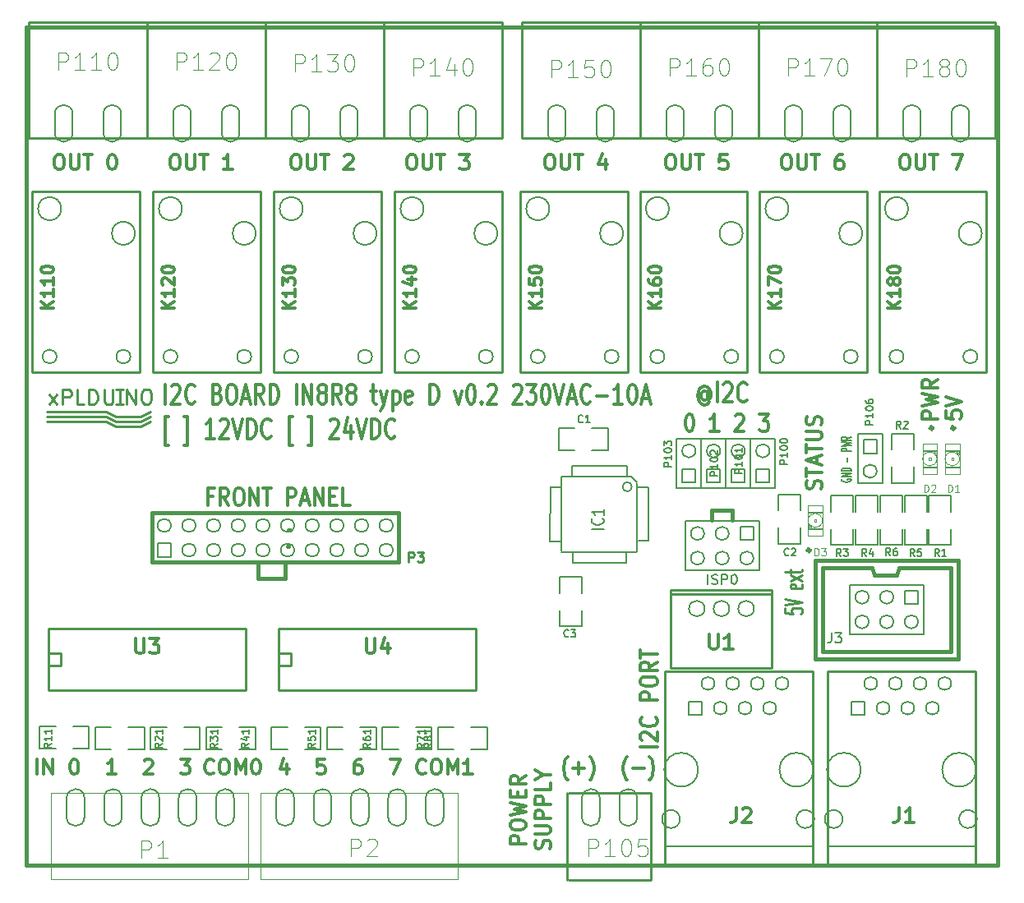
<source format=gto>
G04 (created by PCBNEW (2013-jul-07)-stable) date ven. 28 nov. 2014 16:46:14 CET*
%MOIN*%
G04 Gerber Fmt 3.4, Leading zero omitted, Abs format*
%FSLAX34Y34*%
G01*
G70*
G90*
G04 APERTURE LIST*
%ADD10C,0.00590551*%
%ADD11C,0.012*%
%ADD12C,0.015*%
%ADD13C,0.011811*%
%ADD14C,0.00984252*%
%ADD15C,0.00531496*%
%ADD16C,0.006*%
%ADD17C,0.0039*%
%ADD18C,0.008*%
%ADD19C,0.0026*%
%ADD20C,0.004*%
%ADD21C,0.005*%
%ADD22C,0.01*%
%ADD23C,0.0108*%
%ADD24C,0.0035*%
%ADD25C,0.0125*%
G04 APERTURE END LIST*
G54D10*
G54D11*
X77142Y-43268D02*
X77142Y-42468D01*
X77400Y-42545D02*
X77428Y-42506D01*
X77485Y-42468D01*
X77628Y-42468D01*
X77685Y-42506D01*
X77714Y-42545D01*
X77742Y-42621D01*
X77742Y-42697D01*
X77714Y-42811D01*
X77371Y-43268D01*
X77742Y-43268D01*
X78342Y-43192D02*
X78314Y-43230D01*
X78228Y-43268D01*
X78171Y-43268D01*
X78085Y-43230D01*
X78028Y-43154D01*
X78000Y-43078D01*
X77971Y-42925D01*
X77971Y-42811D01*
X78000Y-42659D01*
X78028Y-42583D01*
X78085Y-42506D01*
X78171Y-42468D01*
X78228Y-42468D01*
X78314Y-42506D01*
X78342Y-42545D01*
X79257Y-42849D02*
X79342Y-42887D01*
X79371Y-42925D01*
X79400Y-43002D01*
X79400Y-43116D01*
X79371Y-43192D01*
X79342Y-43230D01*
X79285Y-43268D01*
X79057Y-43268D01*
X79057Y-42468D01*
X79257Y-42468D01*
X79314Y-42506D01*
X79342Y-42545D01*
X79371Y-42621D01*
X79371Y-42697D01*
X79342Y-42773D01*
X79314Y-42811D01*
X79257Y-42849D01*
X79057Y-42849D01*
X79771Y-42468D02*
X79885Y-42468D01*
X79942Y-42506D01*
X80000Y-42583D01*
X80028Y-42735D01*
X80028Y-43002D01*
X80000Y-43154D01*
X79942Y-43230D01*
X79885Y-43268D01*
X79771Y-43268D01*
X79714Y-43230D01*
X79657Y-43154D01*
X79628Y-43002D01*
X79628Y-42735D01*
X79657Y-42583D01*
X79714Y-42506D01*
X79771Y-42468D01*
X80257Y-43040D02*
X80542Y-43040D01*
X80200Y-43268D02*
X80400Y-42468D01*
X80600Y-43268D01*
X81142Y-43268D02*
X80942Y-42887D01*
X80800Y-43268D02*
X80800Y-42468D01*
X81028Y-42468D01*
X81085Y-42506D01*
X81114Y-42545D01*
X81142Y-42621D01*
X81142Y-42735D01*
X81114Y-42811D01*
X81085Y-42849D01*
X81028Y-42887D01*
X80800Y-42887D01*
X81400Y-43268D02*
X81400Y-42468D01*
X81542Y-42468D01*
X81628Y-42506D01*
X81685Y-42583D01*
X81714Y-42659D01*
X81742Y-42811D01*
X81742Y-42925D01*
X81714Y-43078D01*
X81685Y-43154D01*
X81628Y-43230D01*
X81542Y-43268D01*
X81400Y-43268D01*
X82457Y-43268D02*
X82457Y-42468D01*
X82742Y-43268D02*
X82742Y-42468D01*
X83085Y-43268D01*
X83085Y-42468D01*
X83457Y-42811D02*
X83400Y-42773D01*
X83371Y-42735D01*
X83342Y-42659D01*
X83342Y-42621D01*
X83371Y-42545D01*
X83400Y-42506D01*
X83457Y-42468D01*
X83571Y-42468D01*
X83628Y-42506D01*
X83657Y-42545D01*
X83685Y-42621D01*
X83685Y-42659D01*
X83657Y-42735D01*
X83628Y-42773D01*
X83571Y-42811D01*
X83457Y-42811D01*
X83400Y-42849D01*
X83371Y-42887D01*
X83342Y-42964D01*
X83342Y-43116D01*
X83371Y-43192D01*
X83400Y-43230D01*
X83457Y-43268D01*
X83571Y-43268D01*
X83628Y-43230D01*
X83657Y-43192D01*
X83685Y-43116D01*
X83685Y-42964D01*
X83657Y-42887D01*
X83628Y-42849D01*
X83571Y-42811D01*
X84285Y-43268D02*
X84085Y-42887D01*
X83942Y-43268D02*
X83942Y-42468D01*
X84171Y-42468D01*
X84228Y-42506D01*
X84257Y-42545D01*
X84285Y-42621D01*
X84285Y-42735D01*
X84257Y-42811D01*
X84228Y-42849D01*
X84171Y-42887D01*
X83942Y-42887D01*
X84628Y-42811D02*
X84571Y-42773D01*
X84542Y-42735D01*
X84514Y-42659D01*
X84514Y-42621D01*
X84542Y-42545D01*
X84571Y-42506D01*
X84628Y-42468D01*
X84742Y-42468D01*
X84800Y-42506D01*
X84828Y-42545D01*
X84857Y-42621D01*
X84857Y-42659D01*
X84828Y-42735D01*
X84800Y-42773D01*
X84742Y-42811D01*
X84628Y-42811D01*
X84571Y-42849D01*
X84542Y-42887D01*
X84514Y-42964D01*
X84514Y-43116D01*
X84542Y-43192D01*
X84571Y-43230D01*
X84628Y-43268D01*
X84742Y-43268D01*
X84800Y-43230D01*
X84828Y-43192D01*
X84857Y-43116D01*
X84857Y-42964D01*
X84828Y-42887D01*
X84800Y-42849D01*
X84742Y-42811D01*
X85485Y-42735D02*
X85714Y-42735D01*
X85571Y-42468D02*
X85571Y-43154D01*
X85600Y-43230D01*
X85657Y-43268D01*
X85714Y-43268D01*
X85857Y-42735D02*
X86000Y-43268D01*
X86142Y-42735D02*
X86000Y-43268D01*
X85942Y-43459D01*
X85914Y-43497D01*
X85857Y-43535D01*
X86371Y-42735D02*
X86371Y-43535D01*
X86371Y-42773D02*
X86428Y-42735D01*
X86542Y-42735D01*
X86600Y-42773D01*
X86628Y-42811D01*
X86657Y-42887D01*
X86657Y-43116D01*
X86628Y-43192D01*
X86600Y-43230D01*
X86542Y-43268D01*
X86428Y-43268D01*
X86371Y-43230D01*
X87142Y-43230D02*
X87085Y-43268D01*
X86971Y-43268D01*
X86914Y-43230D01*
X86885Y-43154D01*
X86885Y-42849D01*
X86914Y-42773D01*
X86971Y-42735D01*
X87085Y-42735D01*
X87142Y-42773D01*
X87171Y-42849D01*
X87171Y-42925D01*
X86885Y-43002D01*
X87885Y-43268D02*
X87885Y-42468D01*
X88028Y-42468D01*
X88114Y-42506D01*
X88171Y-42583D01*
X88200Y-42659D01*
X88228Y-42811D01*
X88228Y-42925D01*
X88200Y-43078D01*
X88171Y-43154D01*
X88114Y-43230D01*
X88028Y-43268D01*
X87885Y-43268D01*
X88885Y-42735D02*
X89028Y-43268D01*
X89171Y-42735D01*
X89514Y-42468D02*
X89571Y-42468D01*
X89628Y-42506D01*
X89657Y-42545D01*
X89685Y-42621D01*
X89714Y-42773D01*
X89714Y-42964D01*
X89685Y-43116D01*
X89657Y-43192D01*
X89628Y-43230D01*
X89571Y-43268D01*
X89514Y-43268D01*
X89457Y-43230D01*
X89428Y-43192D01*
X89400Y-43116D01*
X89371Y-42964D01*
X89371Y-42773D01*
X89400Y-42621D01*
X89428Y-42545D01*
X89457Y-42506D01*
X89514Y-42468D01*
X89971Y-43192D02*
X90000Y-43230D01*
X89971Y-43268D01*
X89942Y-43230D01*
X89971Y-43192D01*
X89971Y-43268D01*
X90228Y-42545D02*
X90257Y-42506D01*
X90314Y-42468D01*
X90457Y-42468D01*
X90514Y-42506D01*
X90542Y-42545D01*
X90571Y-42621D01*
X90571Y-42697D01*
X90542Y-42811D01*
X90200Y-43268D01*
X90571Y-43268D01*
X91257Y-42545D02*
X91285Y-42506D01*
X91342Y-42468D01*
X91485Y-42468D01*
X91542Y-42506D01*
X91571Y-42545D01*
X91600Y-42621D01*
X91600Y-42697D01*
X91571Y-42811D01*
X91228Y-43268D01*
X91600Y-43268D01*
X91800Y-42468D02*
X92171Y-42468D01*
X91971Y-42773D01*
X92057Y-42773D01*
X92114Y-42811D01*
X92142Y-42849D01*
X92171Y-42925D01*
X92171Y-43116D01*
X92142Y-43192D01*
X92114Y-43230D01*
X92057Y-43268D01*
X91885Y-43268D01*
X91828Y-43230D01*
X91800Y-43192D01*
X92542Y-42468D02*
X92600Y-42468D01*
X92657Y-42506D01*
X92685Y-42545D01*
X92714Y-42621D01*
X92742Y-42773D01*
X92742Y-42964D01*
X92714Y-43116D01*
X92685Y-43192D01*
X92657Y-43230D01*
X92600Y-43268D01*
X92542Y-43268D01*
X92485Y-43230D01*
X92457Y-43192D01*
X92428Y-43116D01*
X92400Y-42964D01*
X92400Y-42773D01*
X92428Y-42621D01*
X92457Y-42545D01*
X92485Y-42506D01*
X92542Y-42468D01*
X92914Y-42468D02*
X93114Y-43268D01*
X93314Y-42468D01*
X93485Y-43040D02*
X93771Y-43040D01*
X93428Y-43268D02*
X93628Y-42468D01*
X93828Y-43268D01*
X94371Y-43192D02*
X94342Y-43230D01*
X94257Y-43268D01*
X94200Y-43268D01*
X94114Y-43230D01*
X94057Y-43154D01*
X94028Y-43078D01*
X94000Y-42925D01*
X94000Y-42811D01*
X94028Y-42659D01*
X94057Y-42583D01*
X94114Y-42506D01*
X94200Y-42468D01*
X94257Y-42468D01*
X94342Y-42506D01*
X94371Y-42545D01*
X94628Y-42964D02*
X95085Y-42964D01*
X95685Y-43268D02*
X95342Y-43268D01*
X95514Y-43268D02*
X95514Y-42468D01*
X95457Y-42583D01*
X95400Y-42659D01*
X95342Y-42697D01*
X96057Y-42468D02*
X96114Y-42468D01*
X96171Y-42506D01*
X96200Y-42545D01*
X96228Y-42621D01*
X96257Y-42773D01*
X96257Y-42964D01*
X96228Y-43116D01*
X96200Y-43192D01*
X96171Y-43230D01*
X96114Y-43268D01*
X96057Y-43268D01*
X96000Y-43230D01*
X95971Y-43192D01*
X95942Y-43116D01*
X95914Y-42964D01*
X95914Y-42773D01*
X95942Y-42621D01*
X95971Y-42545D01*
X96000Y-42506D01*
X96057Y-42468D01*
X96485Y-43040D02*
X96771Y-43040D01*
X96428Y-43268D02*
X96628Y-42468D01*
X96828Y-43268D01*
X83602Y-57692D02*
X83317Y-57692D01*
X83288Y-57978D01*
X83317Y-57950D01*
X83374Y-57921D01*
X83517Y-57921D01*
X83574Y-57950D01*
X83602Y-57978D01*
X83631Y-58035D01*
X83631Y-58178D01*
X83602Y-58235D01*
X83574Y-58264D01*
X83517Y-58292D01*
X83374Y-58292D01*
X83317Y-58264D01*
X83288Y-58235D01*
G54D12*
X108263Y-44250D02*
G75*
G03X108263Y-44250I-53J0D01*
G74*
G01*
X109146Y-44250D02*
G75*
G03X109146Y-44250I-56J0D01*
G74*
G01*
X103290Y-49210D02*
G75*
G03X103290Y-49210I-50J0D01*
G74*
G01*
G54D13*
X91754Y-61113D02*
X91125Y-61113D01*
X91125Y-60888D01*
X91155Y-60832D01*
X91185Y-60804D01*
X91245Y-60776D01*
X91335Y-60776D01*
X91395Y-60804D01*
X91425Y-60832D01*
X91455Y-60888D01*
X91455Y-61113D01*
X91125Y-60410D02*
X91125Y-60298D01*
X91155Y-60242D01*
X91215Y-60185D01*
X91335Y-60157D01*
X91544Y-60157D01*
X91664Y-60185D01*
X91724Y-60242D01*
X91754Y-60298D01*
X91754Y-60410D01*
X91724Y-60467D01*
X91664Y-60523D01*
X91544Y-60551D01*
X91335Y-60551D01*
X91215Y-60523D01*
X91155Y-60467D01*
X91125Y-60410D01*
X91125Y-59960D02*
X91754Y-59820D01*
X91305Y-59707D01*
X91754Y-59595D01*
X91125Y-59454D01*
X91425Y-59229D02*
X91425Y-59032D01*
X91754Y-58948D02*
X91754Y-59229D01*
X91125Y-59229D01*
X91125Y-58948D01*
X91754Y-58357D02*
X91455Y-58554D01*
X91754Y-58695D02*
X91125Y-58695D01*
X91125Y-58470D01*
X91155Y-58414D01*
X91185Y-58386D01*
X91245Y-58357D01*
X91335Y-58357D01*
X91395Y-58386D01*
X91425Y-58414D01*
X91455Y-58470D01*
X91455Y-58695D01*
X92724Y-61310D02*
X92754Y-61226D01*
X92754Y-61085D01*
X92724Y-61029D01*
X92694Y-61001D01*
X92634Y-60973D01*
X92574Y-60973D01*
X92514Y-61001D01*
X92485Y-61029D01*
X92455Y-61085D01*
X92425Y-61198D01*
X92395Y-61254D01*
X92365Y-61282D01*
X92305Y-61310D01*
X92245Y-61310D01*
X92185Y-61282D01*
X92155Y-61254D01*
X92125Y-61198D01*
X92125Y-61057D01*
X92155Y-60973D01*
X92125Y-60720D02*
X92634Y-60720D01*
X92694Y-60692D01*
X92724Y-60663D01*
X92754Y-60607D01*
X92754Y-60495D01*
X92724Y-60438D01*
X92694Y-60410D01*
X92634Y-60382D01*
X92125Y-60382D01*
X92754Y-60101D02*
X92125Y-60101D01*
X92125Y-59876D01*
X92155Y-59820D01*
X92185Y-59792D01*
X92245Y-59764D01*
X92335Y-59764D01*
X92395Y-59792D01*
X92425Y-59820D01*
X92455Y-59876D01*
X92455Y-60101D01*
X92754Y-59510D02*
X92125Y-59510D01*
X92125Y-59285D01*
X92155Y-59229D01*
X92185Y-59201D01*
X92245Y-59173D01*
X92335Y-59173D01*
X92395Y-59201D01*
X92425Y-59229D01*
X92455Y-59285D01*
X92455Y-59510D01*
X92754Y-58639D02*
X92754Y-58920D01*
X92125Y-58920D01*
X92455Y-58329D02*
X92754Y-58329D01*
X92125Y-58526D02*
X92455Y-58329D01*
X92125Y-58133D01*
G54D11*
X77279Y-44935D02*
X77136Y-44935D01*
X77136Y-43792D01*
X77279Y-43792D01*
X77907Y-44935D02*
X78050Y-44935D01*
X78050Y-43792D01*
X77907Y-43792D01*
X79136Y-44668D02*
X78793Y-44668D01*
X78965Y-44668D02*
X78965Y-43868D01*
X78907Y-43983D01*
X78850Y-44059D01*
X78793Y-44097D01*
X79365Y-43945D02*
X79393Y-43906D01*
X79450Y-43868D01*
X79593Y-43868D01*
X79650Y-43906D01*
X79679Y-43945D01*
X79707Y-44021D01*
X79707Y-44097D01*
X79679Y-44211D01*
X79336Y-44668D01*
X79707Y-44668D01*
X79879Y-43868D02*
X80079Y-44668D01*
X80279Y-43868D01*
X80479Y-44668D02*
X80479Y-43868D01*
X80622Y-43868D01*
X80707Y-43906D01*
X80765Y-43983D01*
X80793Y-44059D01*
X80822Y-44211D01*
X80822Y-44325D01*
X80793Y-44478D01*
X80765Y-44554D01*
X80707Y-44630D01*
X80622Y-44668D01*
X80479Y-44668D01*
X81422Y-44592D02*
X81393Y-44630D01*
X81307Y-44668D01*
X81250Y-44668D01*
X81165Y-44630D01*
X81107Y-44554D01*
X81079Y-44478D01*
X81050Y-44325D01*
X81050Y-44211D01*
X81079Y-44059D01*
X81107Y-43983D01*
X81165Y-43906D01*
X81250Y-43868D01*
X81307Y-43868D01*
X81393Y-43906D01*
X81422Y-43945D01*
X82307Y-44935D02*
X82165Y-44935D01*
X82165Y-43792D01*
X82307Y-43792D01*
X82936Y-44935D02*
X83079Y-44935D01*
X83079Y-43792D01*
X82936Y-43792D01*
X83822Y-43945D02*
X83850Y-43906D01*
X83907Y-43868D01*
X84050Y-43868D01*
X84107Y-43906D01*
X84136Y-43945D01*
X84165Y-44021D01*
X84165Y-44097D01*
X84136Y-44211D01*
X83793Y-44668D01*
X84165Y-44668D01*
X84679Y-44135D02*
X84679Y-44668D01*
X84536Y-43830D02*
X84393Y-44402D01*
X84765Y-44402D01*
X84907Y-43868D02*
X85107Y-44668D01*
X85307Y-43868D01*
X85507Y-44668D02*
X85507Y-43868D01*
X85650Y-43868D01*
X85736Y-43906D01*
X85793Y-43983D01*
X85822Y-44059D01*
X85850Y-44211D01*
X85850Y-44325D01*
X85822Y-44478D01*
X85793Y-44554D01*
X85736Y-44630D01*
X85650Y-44668D01*
X85507Y-44668D01*
X86450Y-44592D02*
X86422Y-44630D01*
X86336Y-44668D01*
X86279Y-44668D01*
X86193Y-44630D01*
X86136Y-44554D01*
X86107Y-44478D01*
X86079Y-44325D01*
X86079Y-44211D01*
X86107Y-44059D01*
X86136Y-43983D01*
X86193Y-43906D01*
X86279Y-43868D01*
X86336Y-43868D01*
X86422Y-43906D01*
X86450Y-43945D01*
G54D13*
X103724Y-46712D02*
X103754Y-46627D01*
X103754Y-46487D01*
X103724Y-46431D01*
X103694Y-46402D01*
X103634Y-46374D01*
X103574Y-46374D01*
X103514Y-46402D01*
X103485Y-46431D01*
X103455Y-46487D01*
X103425Y-46599D01*
X103395Y-46656D01*
X103365Y-46684D01*
X103305Y-46712D01*
X103245Y-46712D01*
X103185Y-46684D01*
X103155Y-46656D01*
X103125Y-46599D01*
X103125Y-46459D01*
X103155Y-46374D01*
X103125Y-46206D02*
X103125Y-45868D01*
X103754Y-46037D02*
X103125Y-46037D01*
X103574Y-45699D02*
X103574Y-45418D01*
X103754Y-45756D02*
X103125Y-45559D01*
X103754Y-45362D01*
X103125Y-45250D02*
X103125Y-44912D01*
X103754Y-45081D02*
X103125Y-45081D01*
X103125Y-44715D02*
X103634Y-44715D01*
X103694Y-44687D01*
X103724Y-44659D01*
X103754Y-44603D01*
X103754Y-44490D01*
X103724Y-44434D01*
X103694Y-44406D01*
X103634Y-44378D01*
X103125Y-44378D01*
X103724Y-44125D02*
X103754Y-44040D01*
X103754Y-43900D01*
X103724Y-43843D01*
X103694Y-43815D01*
X103634Y-43787D01*
X103574Y-43787D01*
X103514Y-43815D01*
X103485Y-43843D01*
X103455Y-43900D01*
X103425Y-44012D01*
X103395Y-44068D01*
X103365Y-44097D01*
X103305Y-44125D01*
X103245Y-44125D01*
X103185Y-44097D01*
X103155Y-44068D01*
X103125Y-44012D01*
X103125Y-43872D01*
X103155Y-43787D01*
G54D12*
X100125Y-47600D02*
X100125Y-48000D01*
X100125Y-47600D02*
X99300Y-47600D01*
X99300Y-47600D02*
X99300Y-48000D01*
G54D13*
X98378Y-43678D02*
X98434Y-43678D01*
X98490Y-43711D01*
X98518Y-43745D01*
X98547Y-43813D01*
X98575Y-43948D01*
X98575Y-44116D01*
X98547Y-44251D01*
X98518Y-44319D01*
X98490Y-44353D01*
X98434Y-44386D01*
X98378Y-44386D01*
X98322Y-44353D01*
X98293Y-44319D01*
X98265Y-44251D01*
X98237Y-44116D01*
X98237Y-43948D01*
X98265Y-43813D01*
X98293Y-43745D01*
X98322Y-43711D01*
X98378Y-43678D01*
X99587Y-44386D02*
X99250Y-44386D01*
X99418Y-44386D02*
X99418Y-43678D01*
X99362Y-43779D01*
X99306Y-43846D01*
X99250Y-43880D01*
X100262Y-43745D02*
X100290Y-43711D01*
X100346Y-43678D01*
X100487Y-43678D01*
X100543Y-43711D01*
X100571Y-43745D01*
X100599Y-43813D01*
X100599Y-43880D01*
X100571Y-43981D01*
X100234Y-44386D01*
X100599Y-44386D01*
X101246Y-43678D02*
X101612Y-43678D01*
X101415Y-43948D01*
X101499Y-43948D01*
X101556Y-43981D01*
X101584Y-44015D01*
X101612Y-44083D01*
X101612Y-44251D01*
X101584Y-44319D01*
X101556Y-44353D01*
X101499Y-44386D01*
X101331Y-44386D01*
X101274Y-44353D01*
X101246Y-44319D01*
G54D14*
X102278Y-51565D02*
X102278Y-51753D01*
X102615Y-51771D01*
X102581Y-51753D01*
X102548Y-51715D01*
X102548Y-51621D01*
X102581Y-51584D01*
X102615Y-51565D01*
X102683Y-51546D01*
X102851Y-51546D01*
X102919Y-51565D01*
X102953Y-51584D01*
X102986Y-51621D01*
X102986Y-51715D01*
X102953Y-51753D01*
X102919Y-51771D01*
X102278Y-51434D02*
X102986Y-51303D01*
X102278Y-51171D01*
X102953Y-50590D02*
X102986Y-50628D01*
X102986Y-50703D01*
X102953Y-50740D01*
X102885Y-50759D01*
X102615Y-50759D01*
X102548Y-50740D01*
X102514Y-50703D01*
X102514Y-50628D01*
X102548Y-50590D01*
X102615Y-50571D01*
X102683Y-50571D01*
X102750Y-50759D01*
X102986Y-50440D02*
X102514Y-50234D01*
X102514Y-50440D02*
X102986Y-50234D01*
X102514Y-50140D02*
X102514Y-49990D01*
X102278Y-50084D02*
X102885Y-50084D01*
X102953Y-50065D01*
X102986Y-50028D01*
X102986Y-49990D01*
G54D15*
X104584Y-46314D02*
X104565Y-46334D01*
X104565Y-46365D01*
X104584Y-46395D01*
X104621Y-46415D01*
X104659Y-46426D01*
X104734Y-46436D01*
X104790Y-46436D01*
X104865Y-46426D01*
X104903Y-46415D01*
X104940Y-46395D01*
X104959Y-46365D01*
X104959Y-46345D01*
X104940Y-46314D01*
X104921Y-46304D01*
X104790Y-46304D01*
X104790Y-46345D01*
X104959Y-46213D02*
X104565Y-46213D01*
X104959Y-46091D01*
X104565Y-46091D01*
X104959Y-45990D02*
X104565Y-45990D01*
X104565Y-45940D01*
X104584Y-45909D01*
X104621Y-45889D01*
X104659Y-45879D01*
X104734Y-45869D01*
X104790Y-45869D01*
X104865Y-45879D01*
X104903Y-45889D01*
X104940Y-45909D01*
X104959Y-45940D01*
X104959Y-45990D01*
X104809Y-45616D02*
X104809Y-45454D01*
X104959Y-45190D02*
X104565Y-45190D01*
X104565Y-45109D01*
X104584Y-45089D01*
X104603Y-45079D01*
X104640Y-45069D01*
X104696Y-45069D01*
X104734Y-45079D01*
X104753Y-45089D01*
X104771Y-45109D01*
X104771Y-45190D01*
X104565Y-44998D02*
X104959Y-44947D01*
X104678Y-44907D01*
X104959Y-44866D01*
X104565Y-44816D01*
X104959Y-44613D02*
X104771Y-44684D01*
X104959Y-44735D02*
X104565Y-44735D01*
X104565Y-44654D01*
X104584Y-44634D01*
X104603Y-44623D01*
X104640Y-44613D01*
X104696Y-44613D01*
X104734Y-44623D01*
X104753Y-44634D01*
X104771Y-44654D01*
X104771Y-44735D01*
G54D13*
X93460Y-58534D02*
X93432Y-58504D01*
X93376Y-58414D01*
X93348Y-58354D01*
X93320Y-58264D01*
X93292Y-58114D01*
X93292Y-57995D01*
X93320Y-57845D01*
X93348Y-57755D01*
X93376Y-57695D01*
X93432Y-57605D01*
X93460Y-57575D01*
X93685Y-58054D02*
X94135Y-58054D01*
X93910Y-58294D02*
X93910Y-57815D01*
X94360Y-58534D02*
X94388Y-58504D01*
X94445Y-58414D01*
X94473Y-58354D01*
X94501Y-58264D01*
X94529Y-58114D01*
X94529Y-57995D01*
X94501Y-57845D01*
X94473Y-57755D01*
X94445Y-57695D01*
X94388Y-57605D01*
X94360Y-57575D01*
X95879Y-58534D02*
X95851Y-58504D01*
X95794Y-58414D01*
X95766Y-58354D01*
X95738Y-58264D01*
X95710Y-58114D01*
X95710Y-57995D01*
X95738Y-57845D01*
X95766Y-57755D01*
X95794Y-57695D01*
X95851Y-57605D01*
X95879Y-57575D01*
X96104Y-58054D02*
X96554Y-58054D01*
X96779Y-58534D02*
X96807Y-58504D01*
X96863Y-58414D01*
X96891Y-58354D01*
X96919Y-58264D01*
X96947Y-58114D01*
X96947Y-57995D01*
X96919Y-57845D01*
X96891Y-57755D01*
X96863Y-57695D01*
X96807Y-57605D01*
X96779Y-57575D01*
X97096Y-57176D02*
X96388Y-57176D01*
X96455Y-56923D02*
X96421Y-56895D01*
X96388Y-56838D01*
X96388Y-56698D01*
X96421Y-56642D01*
X96455Y-56613D01*
X96523Y-56585D01*
X96590Y-56585D01*
X96691Y-56613D01*
X97096Y-56951D01*
X97096Y-56585D01*
X97029Y-55995D02*
X97063Y-56023D01*
X97096Y-56107D01*
X97096Y-56163D01*
X97063Y-56248D01*
X96995Y-56304D01*
X96928Y-56332D01*
X96793Y-56360D01*
X96691Y-56360D01*
X96556Y-56332D01*
X96489Y-56304D01*
X96421Y-56248D01*
X96388Y-56163D01*
X96388Y-56107D01*
X96421Y-56023D01*
X96455Y-55995D01*
X97096Y-55292D02*
X96388Y-55292D01*
X96388Y-55067D01*
X96421Y-55010D01*
X96455Y-54982D01*
X96523Y-54954D01*
X96624Y-54954D01*
X96691Y-54982D01*
X96725Y-55010D01*
X96759Y-55067D01*
X96759Y-55292D01*
X96388Y-54589D02*
X96388Y-54476D01*
X96421Y-54420D01*
X96489Y-54364D01*
X96624Y-54336D01*
X96860Y-54336D01*
X96995Y-54364D01*
X97063Y-54420D01*
X97096Y-54476D01*
X97096Y-54589D01*
X97063Y-54645D01*
X96995Y-54701D01*
X96860Y-54729D01*
X96624Y-54729D01*
X96489Y-54701D01*
X96421Y-54645D01*
X96388Y-54589D01*
X97096Y-53745D02*
X96759Y-53942D01*
X97096Y-54082D02*
X96388Y-54082D01*
X96388Y-53857D01*
X96421Y-53801D01*
X96455Y-53773D01*
X96523Y-53745D01*
X96624Y-53745D01*
X96691Y-53773D01*
X96725Y-53801D01*
X96759Y-53857D01*
X96759Y-54082D01*
X96388Y-53576D02*
X96388Y-53239D01*
X97096Y-53408D02*
X96388Y-53408D01*
X79056Y-47015D02*
X78859Y-47015D01*
X78859Y-47386D02*
X78859Y-46678D01*
X79140Y-46678D01*
X79703Y-47386D02*
X79506Y-47049D01*
X79365Y-47386D02*
X79365Y-46678D01*
X79590Y-46678D01*
X79647Y-46711D01*
X79675Y-46745D01*
X79703Y-46813D01*
X79703Y-46914D01*
X79675Y-46981D01*
X79647Y-47015D01*
X79590Y-47049D01*
X79365Y-47049D01*
X80068Y-46678D02*
X80181Y-46678D01*
X80237Y-46711D01*
X80293Y-46779D01*
X80322Y-46914D01*
X80322Y-47150D01*
X80293Y-47285D01*
X80237Y-47353D01*
X80181Y-47386D01*
X80068Y-47386D01*
X80012Y-47353D01*
X79956Y-47285D01*
X79928Y-47150D01*
X79928Y-46914D01*
X79956Y-46779D01*
X80012Y-46711D01*
X80068Y-46678D01*
X80575Y-47386D02*
X80575Y-46678D01*
X80912Y-47386D01*
X80912Y-46678D01*
X81109Y-46678D02*
X81446Y-46678D01*
X81278Y-47386D02*
X81278Y-46678D01*
X82093Y-47386D02*
X82093Y-46678D01*
X82318Y-46678D01*
X82374Y-46711D01*
X82403Y-46745D01*
X82431Y-46813D01*
X82431Y-46914D01*
X82403Y-46981D01*
X82374Y-47015D01*
X82318Y-47049D01*
X82093Y-47049D01*
X82656Y-47184D02*
X82937Y-47184D01*
X82599Y-47386D02*
X82796Y-46678D01*
X82993Y-47386D01*
X83190Y-47386D02*
X83190Y-46678D01*
X83527Y-47386D01*
X83527Y-46678D01*
X83809Y-47015D02*
X84005Y-47015D01*
X84090Y-47386D02*
X83809Y-47386D01*
X83809Y-46678D01*
X84090Y-46678D01*
X84624Y-47386D02*
X84343Y-47386D01*
X84343Y-46678D01*
X108454Y-43887D02*
X107825Y-43887D01*
X107825Y-43662D01*
X107855Y-43606D01*
X107885Y-43578D01*
X107945Y-43549D01*
X108035Y-43549D01*
X108095Y-43578D01*
X108125Y-43606D01*
X108155Y-43662D01*
X108155Y-43887D01*
X107825Y-43353D02*
X108454Y-43212D01*
X108005Y-43100D01*
X108454Y-42987D01*
X107825Y-42846D01*
X108454Y-42284D02*
X108155Y-42481D01*
X108454Y-42621D02*
X107825Y-42621D01*
X107825Y-42396D01*
X107855Y-42340D01*
X107885Y-42312D01*
X107945Y-42284D01*
X108035Y-42284D01*
X108095Y-42312D01*
X108125Y-42340D01*
X108155Y-42396D01*
X108155Y-42621D01*
X108800Y-43562D02*
X108800Y-43843D01*
X109100Y-43871D01*
X109070Y-43843D01*
X109040Y-43787D01*
X109040Y-43646D01*
X109070Y-43590D01*
X109100Y-43562D01*
X109160Y-43534D01*
X109309Y-43534D01*
X109369Y-43562D01*
X109399Y-43590D01*
X109429Y-43646D01*
X109429Y-43787D01*
X109399Y-43843D01*
X109369Y-43871D01*
X108800Y-43365D02*
X109429Y-43168D01*
X108800Y-42971D01*
X99125Y-42817D02*
X99096Y-42779D01*
X99039Y-42741D01*
X98982Y-42741D01*
X98925Y-42779D01*
X98896Y-42817D01*
X98867Y-42894D01*
X98867Y-42970D01*
X98896Y-43046D01*
X98925Y-43084D01*
X98982Y-43122D01*
X99039Y-43122D01*
X99096Y-43084D01*
X99125Y-43046D01*
X99125Y-42741D02*
X99125Y-43046D01*
X99153Y-43084D01*
X99182Y-43084D01*
X99239Y-43046D01*
X99267Y-42970D01*
X99267Y-42779D01*
X99210Y-42665D01*
X99125Y-42589D01*
X99010Y-42551D01*
X98896Y-42589D01*
X98810Y-42665D01*
X98753Y-42779D01*
X98725Y-42932D01*
X98753Y-43084D01*
X98810Y-43198D01*
X98896Y-43275D01*
X99010Y-43313D01*
X99125Y-43275D01*
X99210Y-43198D01*
X99525Y-43198D02*
X99525Y-42398D01*
X99782Y-42475D02*
X99810Y-42436D01*
X99867Y-42398D01*
X100010Y-42398D01*
X100067Y-42436D01*
X100096Y-42475D01*
X100125Y-42551D01*
X100125Y-42627D01*
X100096Y-42741D01*
X99753Y-43198D01*
X100125Y-43198D01*
X100725Y-43122D02*
X100696Y-43160D01*
X100610Y-43198D01*
X100553Y-43198D01*
X100467Y-43160D01*
X100410Y-43084D01*
X100382Y-43008D01*
X100353Y-42855D01*
X100353Y-42741D01*
X100382Y-42589D01*
X100410Y-42513D01*
X100467Y-42436D01*
X100553Y-42398D01*
X100610Y-42398D01*
X100696Y-42436D01*
X100725Y-42475D01*
G54D11*
X107085Y-33162D02*
X107200Y-33162D01*
X107257Y-33191D01*
X107314Y-33248D01*
X107342Y-33362D01*
X107342Y-33562D01*
X107314Y-33677D01*
X107257Y-33734D01*
X107200Y-33762D01*
X107085Y-33762D01*
X107028Y-33734D01*
X106971Y-33677D01*
X106942Y-33562D01*
X106942Y-33362D01*
X106971Y-33248D01*
X107028Y-33191D01*
X107085Y-33162D01*
X107600Y-33162D02*
X107600Y-33648D01*
X107628Y-33705D01*
X107657Y-33734D01*
X107714Y-33762D01*
X107828Y-33762D01*
X107885Y-33734D01*
X107914Y-33705D01*
X107942Y-33648D01*
X107942Y-33162D01*
X108142Y-33162D02*
X108485Y-33162D01*
X108314Y-33762D02*
X108314Y-33162D01*
X109085Y-33162D02*
X109485Y-33162D01*
X109228Y-33762D01*
X102285Y-33162D02*
X102400Y-33162D01*
X102457Y-33191D01*
X102514Y-33248D01*
X102542Y-33362D01*
X102542Y-33562D01*
X102514Y-33677D01*
X102457Y-33734D01*
X102400Y-33762D01*
X102285Y-33762D01*
X102228Y-33734D01*
X102171Y-33677D01*
X102142Y-33562D01*
X102142Y-33362D01*
X102171Y-33248D01*
X102228Y-33191D01*
X102285Y-33162D01*
X102800Y-33162D02*
X102800Y-33648D01*
X102828Y-33705D01*
X102857Y-33734D01*
X102914Y-33762D01*
X103028Y-33762D01*
X103085Y-33734D01*
X103114Y-33705D01*
X103142Y-33648D01*
X103142Y-33162D01*
X103342Y-33162D02*
X103685Y-33162D01*
X103514Y-33762D02*
X103514Y-33162D01*
X104600Y-33162D02*
X104485Y-33162D01*
X104428Y-33191D01*
X104400Y-33220D01*
X104342Y-33305D01*
X104314Y-33420D01*
X104314Y-33648D01*
X104342Y-33705D01*
X104371Y-33734D01*
X104428Y-33762D01*
X104542Y-33762D01*
X104600Y-33734D01*
X104628Y-33705D01*
X104657Y-33648D01*
X104657Y-33505D01*
X104628Y-33448D01*
X104600Y-33420D01*
X104542Y-33391D01*
X104428Y-33391D01*
X104371Y-33420D01*
X104342Y-33448D01*
X104314Y-33505D01*
X97585Y-33162D02*
X97700Y-33162D01*
X97757Y-33191D01*
X97814Y-33248D01*
X97842Y-33362D01*
X97842Y-33562D01*
X97814Y-33677D01*
X97757Y-33734D01*
X97700Y-33762D01*
X97585Y-33762D01*
X97528Y-33734D01*
X97471Y-33677D01*
X97442Y-33562D01*
X97442Y-33362D01*
X97471Y-33248D01*
X97528Y-33191D01*
X97585Y-33162D01*
X98100Y-33162D02*
X98100Y-33648D01*
X98128Y-33705D01*
X98157Y-33734D01*
X98214Y-33762D01*
X98328Y-33762D01*
X98385Y-33734D01*
X98414Y-33705D01*
X98442Y-33648D01*
X98442Y-33162D01*
X98642Y-33162D02*
X98985Y-33162D01*
X98814Y-33762D02*
X98814Y-33162D01*
X99928Y-33162D02*
X99642Y-33162D01*
X99614Y-33448D01*
X99642Y-33420D01*
X99700Y-33391D01*
X99842Y-33391D01*
X99900Y-33420D01*
X99928Y-33448D01*
X99957Y-33505D01*
X99957Y-33648D01*
X99928Y-33705D01*
X99900Y-33734D01*
X99842Y-33762D01*
X99700Y-33762D01*
X99642Y-33734D01*
X99614Y-33705D01*
X92685Y-33162D02*
X92800Y-33162D01*
X92857Y-33191D01*
X92914Y-33248D01*
X92942Y-33362D01*
X92942Y-33562D01*
X92914Y-33677D01*
X92857Y-33734D01*
X92800Y-33762D01*
X92685Y-33762D01*
X92628Y-33734D01*
X92571Y-33677D01*
X92542Y-33562D01*
X92542Y-33362D01*
X92571Y-33248D01*
X92628Y-33191D01*
X92685Y-33162D01*
X93200Y-33162D02*
X93200Y-33648D01*
X93228Y-33705D01*
X93257Y-33734D01*
X93314Y-33762D01*
X93428Y-33762D01*
X93485Y-33734D01*
X93514Y-33705D01*
X93542Y-33648D01*
X93542Y-33162D01*
X93742Y-33162D02*
X94085Y-33162D01*
X93914Y-33762D02*
X93914Y-33162D01*
X95000Y-33362D02*
X95000Y-33762D01*
X94857Y-33134D02*
X94714Y-33562D01*
X95085Y-33562D01*
X87085Y-33162D02*
X87200Y-33162D01*
X87257Y-33191D01*
X87314Y-33248D01*
X87342Y-33362D01*
X87342Y-33562D01*
X87314Y-33677D01*
X87257Y-33734D01*
X87200Y-33762D01*
X87085Y-33762D01*
X87028Y-33734D01*
X86971Y-33677D01*
X86942Y-33562D01*
X86942Y-33362D01*
X86971Y-33248D01*
X87028Y-33191D01*
X87085Y-33162D01*
X87600Y-33162D02*
X87600Y-33648D01*
X87628Y-33705D01*
X87657Y-33734D01*
X87714Y-33762D01*
X87828Y-33762D01*
X87885Y-33734D01*
X87914Y-33705D01*
X87942Y-33648D01*
X87942Y-33162D01*
X88142Y-33162D02*
X88485Y-33162D01*
X88314Y-33762D02*
X88314Y-33162D01*
X89085Y-33162D02*
X89457Y-33162D01*
X89257Y-33391D01*
X89342Y-33391D01*
X89400Y-33420D01*
X89428Y-33448D01*
X89457Y-33505D01*
X89457Y-33648D01*
X89428Y-33705D01*
X89400Y-33734D01*
X89342Y-33762D01*
X89171Y-33762D01*
X89114Y-33734D01*
X89085Y-33705D01*
X82385Y-33162D02*
X82500Y-33162D01*
X82557Y-33191D01*
X82614Y-33248D01*
X82642Y-33362D01*
X82642Y-33562D01*
X82614Y-33677D01*
X82557Y-33734D01*
X82500Y-33762D01*
X82385Y-33762D01*
X82328Y-33734D01*
X82271Y-33677D01*
X82242Y-33562D01*
X82242Y-33362D01*
X82271Y-33248D01*
X82328Y-33191D01*
X82385Y-33162D01*
X82900Y-33162D02*
X82900Y-33648D01*
X82928Y-33705D01*
X82957Y-33734D01*
X83014Y-33762D01*
X83128Y-33762D01*
X83185Y-33734D01*
X83214Y-33705D01*
X83242Y-33648D01*
X83242Y-33162D01*
X83442Y-33162D02*
X83785Y-33162D01*
X83614Y-33762D02*
X83614Y-33162D01*
X84414Y-33220D02*
X84442Y-33191D01*
X84500Y-33162D01*
X84642Y-33162D01*
X84700Y-33191D01*
X84728Y-33220D01*
X84757Y-33277D01*
X84757Y-33334D01*
X84728Y-33420D01*
X84385Y-33762D01*
X84757Y-33762D01*
X77485Y-33162D02*
X77600Y-33162D01*
X77657Y-33191D01*
X77714Y-33248D01*
X77742Y-33362D01*
X77742Y-33562D01*
X77714Y-33677D01*
X77657Y-33734D01*
X77600Y-33762D01*
X77485Y-33762D01*
X77428Y-33734D01*
X77371Y-33677D01*
X77342Y-33562D01*
X77342Y-33362D01*
X77371Y-33248D01*
X77428Y-33191D01*
X77485Y-33162D01*
X78000Y-33162D02*
X78000Y-33648D01*
X78028Y-33705D01*
X78057Y-33734D01*
X78114Y-33762D01*
X78228Y-33762D01*
X78285Y-33734D01*
X78314Y-33705D01*
X78342Y-33648D01*
X78342Y-33162D01*
X78542Y-33162D02*
X78885Y-33162D01*
X78714Y-33762D02*
X78714Y-33162D01*
X79857Y-33762D02*
X79514Y-33762D01*
X79685Y-33762D02*
X79685Y-33162D01*
X79628Y-33248D01*
X79571Y-33305D01*
X79514Y-33334D01*
X72785Y-33162D02*
X72900Y-33162D01*
X72957Y-33191D01*
X73014Y-33248D01*
X73042Y-33362D01*
X73042Y-33562D01*
X73014Y-33677D01*
X72957Y-33734D01*
X72900Y-33762D01*
X72785Y-33762D01*
X72728Y-33734D01*
X72671Y-33677D01*
X72642Y-33562D01*
X72642Y-33362D01*
X72671Y-33248D01*
X72728Y-33191D01*
X72785Y-33162D01*
X73300Y-33162D02*
X73300Y-33648D01*
X73328Y-33705D01*
X73357Y-33734D01*
X73414Y-33762D01*
X73528Y-33762D01*
X73585Y-33734D01*
X73614Y-33705D01*
X73642Y-33648D01*
X73642Y-33162D01*
X73842Y-33162D02*
X74185Y-33162D01*
X74014Y-33762D02*
X74014Y-33162D01*
X74957Y-33162D02*
X75014Y-33162D01*
X75071Y-33191D01*
X75100Y-33220D01*
X75128Y-33277D01*
X75157Y-33391D01*
X75157Y-33534D01*
X75128Y-33648D01*
X75100Y-33705D01*
X75071Y-33734D01*
X75014Y-33762D01*
X74957Y-33762D01*
X74900Y-33734D01*
X74871Y-33705D01*
X74842Y-33648D01*
X74814Y-33534D01*
X74814Y-33391D01*
X74842Y-33277D01*
X74871Y-33220D01*
X74900Y-33191D01*
X74957Y-33162D01*
X87702Y-58235D02*
X87674Y-58264D01*
X87588Y-58292D01*
X87531Y-58292D01*
X87445Y-58264D01*
X87388Y-58207D01*
X87360Y-58150D01*
X87331Y-58035D01*
X87331Y-57950D01*
X87360Y-57835D01*
X87388Y-57778D01*
X87445Y-57721D01*
X87531Y-57692D01*
X87588Y-57692D01*
X87674Y-57721D01*
X87702Y-57750D01*
X88074Y-57692D02*
X88188Y-57692D01*
X88245Y-57721D01*
X88302Y-57778D01*
X88331Y-57892D01*
X88331Y-58092D01*
X88302Y-58207D01*
X88245Y-58264D01*
X88188Y-58292D01*
X88074Y-58292D01*
X88017Y-58264D01*
X87960Y-58207D01*
X87931Y-58092D01*
X87931Y-57892D01*
X87960Y-57778D01*
X88017Y-57721D01*
X88074Y-57692D01*
X88588Y-58292D02*
X88588Y-57692D01*
X88788Y-58121D01*
X88988Y-57692D01*
X88988Y-58292D01*
X89588Y-58292D02*
X89245Y-58292D01*
X89417Y-58292D02*
X89417Y-57692D01*
X89359Y-57778D01*
X89302Y-57835D01*
X89245Y-57864D01*
X86260Y-57692D02*
X86660Y-57692D01*
X86402Y-58292D01*
X85074Y-57692D02*
X84960Y-57692D01*
X84902Y-57721D01*
X84874Y-57750D01*
X84817Y-57835D01*
X84788Y-57950D01*
X84788Y-58178D01*
X84817Y-58235D01*
X84845Y-58264D01*
X84902Y-58292D01*
X85017Y-58292D01*
X85074Y-58264D01*
X85102Y-58235D01*
X85131Y-58178D01*
X85131Y-58035D01*
X85102Y-57978D01*
X85074Y-57950D01*
X85017Y-57921D01*
X84902Y-57921D01*
X84845Y-57950D01*
X84817Y-57978D01*
X84788Y-58035D01*
X82074Y-57892D02*
X82074Y-58292D01*
X81931Y-57664D02*
X81788Y-58092D01*
X82160Y-58092D01*
X79102Y-58235D02*
X79074Y-58264D01*
X78988Y-58292D01*
X78931Y-58292D01*
X78845Y-58264D01*
X78788Y-58207D01*
X78760Y-58150D01*
X78731Y-58035D01*
X78731Y-57950D01*
X78760Y-57835D01*
X78788Y-57778D01*
X78845Y-57721D01*
X78931Y-57692D01*
X78988Y-57692D01*
X79074Y-57721D01*
X79102Y-57750D01*
X79474Y-57692D02*
X79588Y-57692D01*
X79645Y-57721D01*
X79702Y-57778D01*
X79731Y-57892D01*
X79731Y-58092D01*
X79702Y-58207D01*
X79645Y-58264D01*
X79588Y-58292D01*
X79474Y-58292D01*
X79417Y-58264D01*
X79360Y-58207D01*
X79331Y-58092D01*
X79331Y-57892D01*
X79360Y-57778D01*
X79417Y-57721D01*
X79474Y-57692D01*
X79988Y-58292D02*
X79988Y-57692D01*
X80188Y-58121D01*
X80388Y-57692D01*
X80388Y-58292D01*
X80788Y-57692D02*
X80845Y-57692D01*
X80902Y-57721D01*
X80931Y-57750D01*
X80959Y-57807D01*
X80988Y-57921D01*
X80988Y-58064D01*
X80959Y-58178D01*
X80931Y-58235D01*
X80902Y-58264D01*
X80845Y-58292D01*
X80788Y-58292D01*
X80731Y-58264D01*
X80702Y-58235D01*
X80674Y-58178D01*
X80645Y-58064D01*
X80645Y-57921D01*
X80674Y-57807D01*
X80702Y-57750D01*
X80731Y-57721D01*
X80788Y-57692D01*
X77760Y-57692D02*
X78131Y-57692D01*
X77931Y-57921D01*
X78017Y-57921D01*
X78074Y-57950D01*
X78102Y-57978D01*
X78131Y-58035D01*
X78131Y-58178D01*
X78102Y-58235D01*
X78074Y-58264D01*
X78017Y-58292D01*
X77845Y-58292D01*
X77788Y-58264D01*
X77760Y-58235D01*
X76288Y-57750D02*
X76317Y-57721D01*
X76374Y-57692D01*
X76517Y-57692D01*
X76574Y-57721D01*
X76602Y-57750D01*
X76631Y-57807D01*
X76631Y-57864D01*
X76602Y-57950D01*
X76260Y-58292D01*
X76631Y-58292D01*
X75131Y-58292D02*
X74788Y-58292D01*
X74960Y-58292D02*
X74960Y-57692D01*
X74902Y-57778D01*
X74845Y-57835D01*
X74788Y-57864D01*
X71931Y-58292D02*
X71931Y-57692D01*
X72217Y-58292D02*
X72217Y-57692D01*
X72560Y-58292D01*
X72560Y-57692D01*
X73417Y-57692D02*
X73474Y-57692D01*
X73531Y-57721D01*
X73560Y-57750D01*
X73588Y-57807D01*
X73617Y-57921D01*
X73617Y-58064D01*
X73588Y-58178D01*
X73560Y-58235D01*
X73531Y-58264D01*
X73474Y-58292D01*
X73417Y-58292D01*
X73360Y-58264D01*
X73331Y-58235D01*
X73302Y-58178D01*
X73274Y-58064D01*
X73274Y-57921D01*
X73302Y-57807D01*
X73331Y-57750D01*
X73360Y-57721D01*
X73417Y-57692D01*
G54D12*
X82150Y-48400D02*
X82200Y-48400D01*
X82000Y-50350D02*
X82000Y-49700D01*
X82100Y-49050D02*
X82150Y-49050D01*
X80950Y-50350D02*
X81950Y-50350D01*
X80900Y-49700D02*
X80900Y-50350D01*
X71500Y-62000D02*
X110900Y-62000D01*
X71500Y-28000D02*
X110900Y-28000D01*
X110900Y-28000D02*
X110800Y-28000D01*
X110900Y-62000D02*
X110900Y-28000D01*
X71500Y-62000D02*
X71500Y-28000D01*
X76600Y-49700D02*
X86600Y-49700D01*
X86600Y-47700D02*
X76625Y-47700D01*
X76600Y-47700D02*
X76600Y-49700D01*
X86600Y-49700D02*
X86600Y-47700D01*
G54D16*
X93660Y-49730D02*
X93660Y-49280D01*
X95840Y-49730D02*
X95840Y-49290D01*
X93660Y-49730D02*
X95840Y-49730D01*
X93190Y-48850D02*
X92760Y-48850D01*
X93180Y-46640D02*
X92760Y-46640D01*
X92760Y-46630D02*
X92750Y-48850D01*
X96730Y-46650D02*
X96740Y-48820D01*
X96040Y-46220D02*
X93210Y-46220D01*
X96730Y-48830D02*
X96320Y-48830D01*
X96280Y-46470D02*
X96280Y-49250D01*
X93200Y-49270D02*
X96240Y-49270D01*
X93200Y-46220D02*
X93200Y-49220D01*
X95870Y-45770D02*
X93650Y-45770D01*
X93650Y-45770D02*
X93650Y-46220D01*
X96050Y-46224D02*
X96280Y-46454D01*
X95870Y-45772D02*
X95870Y-46224D01*
X96280Y-46650D02*
X96732Y-46650D01*
X96064Y-46632D02*
G75*
G03X96064Y-46632I-188J0D01*
G74*
G01*
G54D17*
X81000Y-59045D02*
X81000Y-62545D01*
X89000Y-59045D02*
X89000Y-62545D01*
X81000Y-62545D02*
X89000Y-62545D01*
X89000Y-59045D02*
X81000Y-59045D01*
X72500Y-59045D02*
X72500Y-62545D01*
X80500Y-59045D02*
X80500Y-62545D01*
X72500Y-62545D02*
X80500Y-62545D01*
X80500Y-59045D02*
X72500Y-59045D01*
G54D12*
X109000Y-53312D02*
X103900Y-53312D01*
X103900Y-53312D02*
X103800Y-53312D01*
X103800Y-53312D02*
X103800Y-49912D01*
X103800Y-49912D02*
X105800Y-49912D01*
X105800Y-49912D02*
X105900Y-50212D01*
X105900Y-50212D02*
X106800Y-50212D01*
X106800Y-50212D02*
X106900Y-49912D01*
X106900Y-49912D02*
X109000Y-49912D01*
X109000Y-49912D02*
X109000Y-53312D01*
X103500Y-53612D02*
X103500Y-49612D01*
X103500Y-49612D02*
X109300Y-49612D01*
X109300Y-49612D02*
X109300Y-53612D01*
X109300Y-53612D02*
X103500Y-53612D01*
G54D18*
X104900Y-50612D02*
X107900Y-50612D01*
X107900Y-52612D02*
X104900Y-52612D01*
X104900Y-52612D02*
X104900Y-50612D01*
X107900Y-50612D02*
X107900Y-52612D01*
G54D19*
X109099Y-45539D02*
X109099Y-45461D01*
X109099Y-45461D02*
X109021Y-45461D01*
X109021Y-45539D02*
X109021Y-45461D01*
X109099Y-45539D02*
X109021Y-45539D01*
X109335Y-45323D02*
X109335Y-45186D01*
X109335Y-45186D02*
X109237Y-45186D01*
X109237Y-45323D02*
X109237Y-45186D01*
X109335Y-45323D02*
X109237Y-45323D01*
X109335Y-45186D02*
X109335Y-45146D01*
X109335Y-45146D02*
X108864Y-45146D01*
X108864Y-45186D02*
X108864Y-45146D01*
X109335Y-45186D02*
X108864Y-45186D01*
X108844Y-45186D02*
X108844Y-45146D01*
X108844Y-45146D02*
X108785Y-45146D01*
X108785Y-45186D02*
X108785Y-45146D01*
X108844Y-45186D02*
X108785Y-45186D01*
X109335Y-45854D02*
X109335Y-45814D01*
X109335Y-45814D02*
X108864Y-45814D01*
X108864Y-45854D02*
X108864Y-45814D01*
X109335Y-45854D02*
X108864Y-45854D01*
X108844Y-45854D02*
X108844Y-45814D01*
X108844Y-45814D02*
X108785Y-45814D01*
X108785Y-45854D02*
X108785Y-45814D01*
X108844Y-45854D02*
X108785Y-45854D01*
X109335Y-45323D02*
X109335Y-45264D01*
X109335Y-45264D02*
X109237Y-45264D01*
X109237Y-45323D02*
X109237Y-45264D01*
X109335Y-45323D02*
X109237Y-45323D01*
G54D20*
X109355Y-44890D02*
X109355Y-46110D01*
X109355Y-46110D02*
X108765Y-46110D01*
X108765Y-46110D02*
X108765Y-44890D01*
X108765Y-44890D02*
X109355Y-44890D01*
X109256Y-45715D02*
G75*
G03X109255Y-45283I-196J215D01*
G74*
G01*
X108863Y-45715D02*
G75*
G03X109255Y-45716I196J215D01*
G74*
G01*
X108863Y-45284D02*
G75*
G03X108864Y-45716I196J-215D01*
G74*
G01*
X109256Y-45284D02*
G75*
G03X108864Y-45283I-196J-215D01*
G74*
G01*
G54D19*
X108189Y-45539D02*
X108189Y-45461D01*
X108189Y-45461D02*
X108111Y-45461D01*
X108111Y-45539D02*
X108111Y-45461D01*
X108189Y-45539D02*
X108111Y-45539D01*
X108425Y-45323D02*
X108425Y-45186D01*
X108425Y-45186D02*
X108327Y-45186D01*
X108327Y-45323D02*
X108327Y-45186D01*
X108425Y-45323D02*
X108327Y-45323D01*
X108425Y-45186D02*
X108425Y-45146D01*
X108425Y-45146D02*
X107954Y-45146D01*
X107954Y-45186D02*
X107954Y-45146D01*
X108425Y-45186D02*
X107954Y-45186D01*
X107934Y-45186D02*
X107934Y-45146D01*
X107934Y-45146D02*
X107875Y-45146D01*
X107875Y-45186D02*
X107875Y-45146D01*
X107934Y-45186D02*
X107875Y-45186D01*
X108425Y-45854D02*
X108425Y-45814D01*
X108425Y-45814D02*
X107954Y-45814D01*
X107954Y-45854D02*
X107954Y-45814D01*
X108425Y-45854D02*
X107954Y-45854D01*
X107934Y-45854D02*
X107934Y-45814D01*
X107934Y-45814D02*
X107875Y-45814D01*
X107875Y-45854D02*
X107875Y-45814D01*
X107934Y-45854D02*
X107875Y-45854D01*
X108425Y-45323D02*
X108425Y-45264D01*
X108425Y-45264D02*
X108327Y-45264D01*
X108327Y-45323D02*
X108327Y-45264D01*
X108425Y-45323D02*
X108327Y-45323D01*
G54D20*
X108445Y-44890D02*
X108445Y-46110D01*
X108445Y-46110D02*
X107855Y-46110D01*
X107855Y-46110D02*
X107855Y-44890D01*
X107855Y-44890D02*
X108445Y-44890D01*
X108346Y-45715D02*
G75*
G03X108345Y-45283I-196J215D01*
G74*
G01*
X107953Y-45715D02*
G75*
G03X108345Y-45716I196J215D01*
G74*
G01*
X107953Y-45284D02*
G75*
G03X107954Y-45716I196J-215D01*
G74*
G01*
X108346Y-45284D02*
G75*
G03X107954Y-45283I-196J-215D01*
G74*
G01*
G54D19*
X103461Y-47961D02*
X103461Y-48039D01*
X103461Y-48039D02*
X103539Y-48039D01*
X103539Y-47961D02*
X103539Y-48039D01*
X103461Y-47961D02*
X103539Y-47961D01*
X103225Y-48177D02*
X103225Y-48314D01*
X103225Y-48314D02*
X103323Y-48314D01*
X103323Y-48177D02*
X103323Y-48314D01*
X103225Y-48177D02*
X103323Y-48177D01*
X103225Y-48314D02*
X103225Y-48354D01*
X103225Y-48354D02*
X103696Y-48354D01*
X103696Y-48314D02*
X103696Y-48354D01*
X103225Y-48314D02*
X103696Y-48314D01*
X103716Y-48314D02*
X103716Y-48354D01*
X103716Y-48354D02*
X103775Y-48354D01*
X103775Y-48314D02*
X103775Y-48354D01*
X103716Y-48314D02*
X103775Y-48314D01*
X103225Y-47646D02*
X103225Y-47686D01*
X103225Y-47686D02*
X103696Y-47686D01*
X103696Y-47646D02*
X103696Y-47686D01*
X103225Y-47646D02*
X103696Y-47646D01*
X103716Y-47646D02*
X103716Y-47686D01*
X103716Y-47686D02*
X103775Y-47686D01*
X103775Y-47646D02*
X103775Y-47686D01*
X103716Y-47646D02*
X103775Y-47646D01*
X103225Y-48177D02*
X103225Y-48236D01*
X103225Y-48236D02*
X103323Y-48236D01*
X103323Y-48177D02*
X103323Y-48236D01*
X103225Y-48177D02*
X103323Y-48177D01*
G54D20*
X103205Y-48610D02*
X103205Y-47390D01*
X103205Y-47390D02*
X103795Y-47390D01*
X103795Y-47390D02*
X103795Y-48610D01*
X103795Y-48610D02*
X103205Y-48610D01*
X103303Y-47784D02*
G75*
G03X103304Y-48216I196J-215D01*
G74*
G01*
X103696Y-47784D02*
G75*
G03X103304Y-47783I-196J-215D01*
G74*
G01*
X103696Y-48215D02*
G75*
G03X103695Y-47783I-196J215D01*
G74*
G01*
X103303Y-48215D02*
G75*
G03X103695Y-48216I196J215D01*
G74*
G01*
G54D16*
X101875Y-46675D02*
X100875Y-46675D01*
X100875Y-46675D02*
X100875Y-44675D01*
X100875Y-44675D02*
X101875Y-44675D01*
X101875Y-44675D02*
X101875Y-46675D01*
X100875Y-46675D02*
X99875Y-46675D01*
X99875Y-46675D02*
X99875Y-44675D01*
X99875Y-44675D02*
X100875Y-44675D01*
X100875Y-44675D02*
X100875Y-46675D01*
X98875Y-46675D02*
X97875Y-46675D01*
X97875Y-46675D02*
X97875Y-44675D01*
X97875Y-44675D02*
X98875Y-44675D01*
X98875Y-44675D02*
X98875Y-46675D01*
X105225Y-44500D02*
X106225Y-44500D01*
X106225Y-44500D02*
X106225Y-46500D01*
X106225Y-46500D02*
X105225Y-46500D01*
X105225Y-46500D02*
X105225Y-44500D01*
X99875Y-46675D02*
X98875Y-46675D01*
X98875Y-46675D02*
X98875Y-44675D01*
X98875Y-44675D02*
X99875Y-44675D01*
X99875Y-44675D02*
X99875Y-46675D01*
G54D21*
X83450Y-57300D02*
X83450Y-56400D01*
X83450Y-56400D02*
X82800Y-56400D01*
X82100Y-57300D02*
X81450Y-57300D01*
X81450Y-57300D02*
X81450Y-56400D01*
X81450Y-56400D02*
X82100Y-56400D01*
X82800Y-57300D02*
X83450Y-57300D01*
X105150Y-49000D02*
X106050Y-49000D01*
X106050Y-49000D02*
X106050Y-48350D01*
X105150Y-47650D02*
X105150Y-47000D01*
X105150Y-47000D02*
X106050Y-47000D01*
X106050Y-47000D02*
X106050Y-47650D01*
X105150Y-48350D02*
X105150Y-49000D01*
X104150Y-49000D02*
X105050Y-49000D01*
X105050Y-49000D02*
X105050Y-48350D01*
X104150Y-47650D02*
X104150Y-47000D01*
X104150Y-47000D02*
X105050Y-47000D01*
X105050Y-47000D02*
X105050Y-47650D01*
X104150Y-48350D02*
X104150Y-49000D01*
X102000Y-48950D02*
X102900Y-48950D01*
X102900Y-48950D02*
X102900Y-48300D01*
X102000Y-47600D02*
X102000Y-46950D01*
X102000Y-46950D02*
X102900Y-46950D01*
X102900Y-46950D02*
X102900Y-47600D01*
X102000Y-48300D02*
X102000Y-48950D01*
X95100Y-45150D02*
X95100Y-44250D01*
X95100Y-44250D02*
X94450Y-44250D01*
X93750Y-45150D02*
X93100Y-45150D01*
X93100Y-45150D02*
X93100Y-44250D01*
X93100Y-44250D02*
X93750Y-44250D01*
X94450Y-45150D02*
X95100Y-45150D01*
X107500Y-44475D02*
X106600Y-44475D01*
X106600Y-44475D02*
X106600Y-45125D01*
X107500Y-45825D02*
X107500Y-46475D01*
X107500Y-46475D02*
X106600Y-46475D01*
X106600Y-46475D02*
X106600Y-45825D01*
X107500Y-45125D02*
X107500Y-44475D01*
X78550Y-57300D02*
X78550Y-56400D01*
X78550Y-56400D02*
X77900Y-56400D01*
X77200Y-57300D02*
X76550Y-57300D01*
X76550Y-57300D02*
X76550Y-56400D01*
X76550Y-56400D02*
X77200Y-56400D01*
X77900Y-57300D02*
X78550Y-57300D01*
X108100Y-49000D02*
X109000Y-49000D01*
X109000Y-49000D02*
X109000Y-48350D01*
X108100Y-47650D02*
X108100Y-47000D01*
X108100Y-47000D02*
X109000Y-47000D01*
X109000Y-47000D02*
X109000Y-47650D01*
X108100Y-48350D02*
X108100Y-49000D01*
X76300Y-57300D02*
X76300Y-56400D01*
X76300Y-56400D02*
X75650Y-56400D01*
X74950Y-57300D02*
X74300Y-57300D01*
X74300Y-57300D02*
X74300Y-56400D01*
X74300Y-56400D02*
X74950Y-56400D01*
X75650Y-57300D02*
X76300Y-57300D01*
X80800Y-57300D02*
X80800Y-56400D01*
X80800Y-56400D02*
X80150Y-56400D01*
X79450Y-57300D02*
X78800Y-57300D01*
X78800Y-57300D02*
X78800Y-56400D01*
X78800Y-56400D02*
X79450Y-56400D01*
X80150Y-57300D02*
X80800Y-57300D01*
X90200Y-57300D02*
X90200Y-56400D01*
X90200Y-56400D02*
X89550Y-56400D01*
X88850Y-57300D02*
X88200Y-57300D01*
X88200Y-57300D02*
X88200Y-56400D01*
X88200Y-56400D02*
X88850Y-56400D01*
X89550Y-57300D02*
X90200Y-57300D01*
X85700Y-57300D02*
X85700Y-56400D01*
X85700Y-56400D02*
X85050Y-56400D01*
X84350Y-57300D02*
X83700Y-57300D01*
X83700Y-57300D02*
X83700Y-56400D01*
X83700Y-56400D02*
X84350Y-56400D01*
X85050Y-57300D02*
X85700Y-57300D01*
X87950Y-57300D02*
X87950Y-56400D01*
X87950Y-56400D02*
X87300Y-56400D01*
X86600Y-57300D02*
X85950Y-57300D01*
X85950Y-57300D02*
X85950Y-56400D01*
X85950Y-56400D02*
X86600Y-56400D01*
X87300Y-57300D02*
X87950Y-57300D01*
G54D18*
X98225Y-48025D02*
X101225Y-48025D01*
X101225Y-50025D02*
X98225Y-50025D01*
X98225Y-50025D02*
X98225Y-48025D01*
X101225Y-48025D02*
X101225Y-50025D01*
G54D21*
X74050Y-57250D02*
X74050Y-56350D01*
X74050Y-56350D02*
X73400Y-56350D01*
X72700Y-57250D02*
X72050Y-57250D01*
X72050Y-57250D02*
X72050Y-56350D01*
X72050Y-56350D02*
X72700Y-56350D01*
X73400Y-57250D02*
X74050Y-57250D01*
X108050Y-47000D02*
X107150Y-47000D01*
X107150Y-47000D02*
X107150Y-47650D01*
X108050Y-48350D02*
X108050Y-49000D01*
X108050Y-49000D02*
X107150Y-49000D01*
X107150Y-49000D02*
X107150Y-48350D01*
X108050Y-47650D02*
X108050Y-47000D01*
X107050Y-47000D02*
X106150Y-47000D01*
X106150Y-47000D02*
X106150Y-47650D01*
X107050Y-48350D02*
X107050Y-49000D01*
X107050Y-49000D02*
X106150Y-49000D01*
X106150Y-49000D02*
X106150Y-48350D01*
X107050Y-47650D02*
X107050Y-47000D01*
G54D22*
X96850Y-59045D02*
X96850Y-62595D01*
X93450Y-59045D02*
X93450Y-62595D01*
X93500Y-62595D02*
X96850Y-62595D01*
X96850Y-59045D02*
X93500Y-59045D01*
G54D21*
X94050Y-50300D02*
X93150Y-50300D01*
X93150Y-50300D02*
X93150Y-50950D01*
X94050Y-51650D02*
X94050Y-52300D01*
X94050Y-52300D02*
X93150Y-52300D01*
X93150Y-52300D02*
X93150Y-51650D01*
X94050Y-50950D02*
X94050Y-50300D01*
G54D22*
X76100Y-35400D02*
X76100Y-34650D01*
X76100Y-34650D02*
X71750Y-34650D01*
X71750Y-34650D02*
X71750Y-35200D01*
X71750Y-42000D02*
X71750Y-35150D01*
X76100Y-42000D02*
X76100Y-35150D01*
X71750Y-42000D02*
X76100Y-42000D01*
X81000Y-35400D02*
X81000Y-34650D01*
X81000Y-34650D02*
X76650Y-34650D01*
X76650Y-34650D02*
X76650Y-35200D01*
X76650Y-42000D02*
X76650Y-35150D01*
X81000Y-42000D02*
X81000Y-35150D01*
X76650Y-42000D02*
X81000Y-42000D01*
X85900Y-35400D02*
X85900Y-34650D01*
X85900Y-34650D02*
X81550Y-34650D01*
X81550Y-34650D02*
X81550Y-35200D01*
X81550Y-42000D02*
X81550Y-35150D01*
X85900Y-42000D02*
X85900Y-35150D01*
X81550Y-42000D02*
X85900Y-42000D01*
X90800Y-35400D02*
X90800Y-34650D01*
X90800Y-34650D02*
X86450Y-34650D01*
X86450Y-34650D02*
X86450Y-35200D01*
X86450Y-42000D02*
X86450Y-35150D01*
X90800Y-42000D02*
X90800Y-35150D01*
X86450Y-42000D02*
X90800Y-42000D01*
X71750Y-32489D02*
X71600Y-32489D01*
X71600Y-32489D02*
X71600Y-27789D01*
X71600Y-27789D02*
X76400Y-27789D01*
X76400Y-27789D02*
X76400Y-32489D01*
X76400Y-32489D02*
X71750Y-32489D01*
X76550Y-32489D02*
X76400Y-32489D01*
X76400Y-32489D02*
X76400Y-27789D01*
X76400Y-27789D02*
X81200Y-27789D01*
X81200Y-27789D02*
X81200Y-32489D01*
X81200Y-32489D02*
X76550Y-32489D01*
X81350Y-32489D02*
X81200Y-32489D01*
X81200Y-32489D02*
X81200Y-27789D01*
X81200Y-27789D02*
X86000Y-27789D01*
X86000Y-27789D02*
X86000Y-32489D01*
X86000Y-32489D02*
X81350Y-32489D01*
X86150Y-32489D02*
X86000Y-32489D01*
X86000Y-32489D02*
X86000Y-27789D01*
X86000Y-27789D02*
X90800Y-27789D01*
X90800Y-27789D02*
X90800Y-32489D01*
X90800Y-32489D02*
X86150Y-32489D01*
X91750Y-32489D02*
X91600Y-32489D01*
X91600Y-32489D02*
X91600Y-27789D01*
X91600Y-27789D02*
X96400Y-27789D01*
X96400Y-27789D02*
X96400Y-32489D01*
X96400Y-32489D02*
X91750Y-32489D01*
X96550Y-32489D02*
X96400Y-32489D01*
X96400Y-32489D02*
X96400Y-27789D01*
X96400Y-27789D02*
X101200Y-27789D01*
X101200Y-27789D02*
X101200Y-32489D01*
X101200Y-32489D02*
X96550Y-32489D01*
X101350Y-32489D02*
X101200Y-32489D01*
X101200Y-32489D02*
X101200Y-27789D01*
X101200Y-27789D02*
X106000Y-27789D01*
X106000Y-27789D02*
X106000Y-32489D01*
X106000Y-32489D02*
X101350Y-32489D01*
X106150Y-32489D02*
X106000Y-32489D01*
X106000Y-32489D02*
X106000Y-27789D01*
X106000Y-27789D02*
X110800Y-27789D01*
X110800Y-27789D02*
X110800Y-32489D01*
X110800Y-32489D02*
X106150Y-32489D01*
X110450Y-35400D02*
X110450Y-34650D01*
X110450Y-34650D02*
X106100Y-34650D01*
X106100Y-34650D02*
X106100Y-35200D01*
X106100Y-42000D02*
X106100Y-35150D01*
X110450Y-42000D02*
X110450Y-35150D01*
X106100Y-42000D02*
X110450Y-42000D01*
X105600Y-35400D02*
X105600Y-34650D01*
X105600Y-34650D02*
X101250Y-34650D01*
X101250Y-34650D02*
X101250Y-35200D01*
X101250Y-42000D02*
X101250Y-35150D01*
X105600Y-42000D02*
X105600Y-35150D01*
X101250Y-42000D02*
X105600Y-42000D01*
X100750Y-35400D02*
X100750Y-34650D01*
X100750Y-34650D02*
X96400Y-34650D01*
X96400Y-34650D02*
X96400Y-35200D01*
X96400Y-42000D02*
X96400Y-35150D01*
X100750Y-42000D02*
X100750Y-35150D01*
X96400Y-42000D02*
X100750Y-42000D01*
X95900Y-35400D02*
X95900Y-34650D01*
X95900Y-34650D02*
X91550Y-34650D01*
X91550Y-34650D02*
X91550Y-35200D01*
X91550Y-42000D02*
X91550Y-35150D01*
X95900Y-42000D02*
X95900Y-35150D01*
X91550Y-42000D02*
X95900Y-42000D01*
X97400Y-54112D02*
X97400Y-61962D01*
X97400Y-61962D02*
X103400Y-61962D01*
X103400Y-61962D02*
X103400Y-54112D01*
X103400Y-54112D02*
X97400Y-54112D01*
G54D21*
X97400Y-61212D02*
X103400Y-61212D01*
X103400Y-61212D02*
X103400Y-54112D01*
X103400Y-54112D02*
X97400Y-54112D01*
X97400Y-54112D02*
X97400Y-61212D01*
G54D22*
X104000Y-54112D02*
X104000Y-61962D01*
X104000Y-61962D02*
X110000Y-61962D01*
X110000Y-61962D02*
X110000Y-54112D01*
X110000Y-54112D02*
X104000Y-54112D01*
G54D21*
X104000Y-61212D02*
X110000Y-61212D01*
X110000Y-61212D02*
X110000Y-54112D01*
X110000Y-54112D02*
X104000Y-54112D01*
X104000Y-54112D02*
X104000Y-61212D01*
G54D22*
X97650Y-50975D02*
X101750Y-50975D01*
X101750Y-50825D02*
X97650Y-50825D01*
X101750Y-50825D02*
X101750Y-53975D01*
X101750Y-53975D02*
X97650Y-53975D01*
X97650Y-53975D02*
X101650Y-53975D01*
X97650Y-53975D02*
X97650Y-50825D01*
X72400Y-53400D02*
X72900Y-53400D01*
X72900Y-53400D02*
X72900Y-53900D01*
X72900Y-53900D02*
X72400Y-53900D01*
X80400Y-52400D02*
X72400Y-52400D01*
X72400Y-52400D02*
X72400Y-54900D01*
X72400Y-54900D02*
X80400Y-54900D01*
X80400Y-54900D02*
X80400Y-52400D01*
X81750Y-53400D02*
X82250Y-53400D01*
X82250Y-53400D02*
X82250Y-53900D01*
X82250Y-53900D02*
X81750Y-53900D01*
X89750Y-52400D02*
X81750Y-52400D01*
X81750Y-52400D02*
X81750Y-54900D01*
X81750Y-54900D02*
X89750Y-54900D01*
X89750Y-54900D02*
X89750Y-52400D01*
X72350Y-44000D02*
X74750Y-44000D01*
X74750Y-44000D02*
X75150Y-44200D01*
X75150Y-44200D02*
X76150Y-44200D01*
X76150Y-44200D02*
X76550Y-44000D01*
X72350Y-43800D02*
X74750Y-43800D01*
X74750Y-43800D02*
X75150Y-44000D01*
X75150Y-44000D02*
X76150Y-44000D01*
X76150Y-44000D02*
X76550Y-43800D01*
X76150Y-43800D02*
X76550Y-43600D01*
X75150Y-43800D02*
X76150Y-43800D01*
X74750Y-43600D02*
X75150Y-43800D01*
X72350Y-43600D02*
X74750Y-43600D01*
X72350Y-43600D02*
X74750Y-43600D01*
X74750Y-43600D02*
X75150Y-43800D01*
X75150Y-43800D02*
X76150Y-43800D01*
X76150Y-43800D02*
X76550Y-43600D01*
X76150Y-43800D02*
X76550Y-43600D01*
X75150Y-43800D02*
X76150Y-43800D01*
X74750Y-43600D02*
X75150Y-43800D01*
X72350Y-43600D02*
X74750Y-43600D01*
X72350Y-43600D02*
X74750Y-43600D01*
X74750Y-43600D02*
X75150Y-43800D01*
X75150Y-43800D02*
X76150Y-43800D01*
X76150Y-43800D02*
X76550Y-43600D01*
X76150Y-43800D02*
X76550Y-43600D01*
X75150Y-43800D02*
X76150Y-43800D01*
X74750Y-43600D02*
X75150Y-43800D01*
X72350Y-43600D02*
X74750Y-43600D01*
X72350Y-43600D02*
X74750Y-43600D01*
X74750Y-43600D02*
X75150Y-43800D01*
X75150Y-43800D02*
X76150Y-43800D01*
X76150Y-43800D02*
X76550Y-43600D01*
X76150Y-43800D02*
X76550Y-43600D01*
X75150Y-43800D02*
X76150Y-43800D01*
X74750Y-43600D02*
X75150Y-43800D01*
X72350Y-43600D02*
X74750Y-43600D01*
X72350Y-43600D02*
X74750Y-43600D01*
X74750Y-43600D02*
X75150Y-43800D01*
X75150Y-43800D02*
X76150Y-43800D01*
X76150Y-43800D02*
X76550Y-43600D01*
X76425Y-43300D02*
X76525Y-43225D01*
X76200Y-43200D02*
X76300Y-43300D01*
X75375Y-43300D02*
X75425Y-43300D01*
X75150Y-43300D02*
X75400Y-43300D01*
X75150Y-42700D02*
X75425Y-42700D01*
X75300Y-43275D02*
X75300Y-42750D01*
X76175Y-43100D02*
X76200Y-43200D01*
X76300Y-43300D02*
X76425Y-43300D01*
X76575Y-43075D02*
X76550Y-43200D01*
X76175Y-42875D02*
X76200Y-42775D01*
X76200Y-42775D02*
X76275Y-42700D01*
X76275Y-42700D02*
X76325Y-42675D01*
X76325Y-42675D02*
X76425Y-42675D01*
X76425Y-42675D02*
X76475Y-42700D01*
X76475Y-42700D02*
X76525Y-42725D01*
X76525Y-42725D02*
X76550Y-42775D01*
X76550Y-42775D02*
X76575Y-42850D01*
X76575Y-42850D02*
X76575Y-42900D01*
X76575Y-42900D02*
X76575Y-43075D01*
X76175Y-42900D02*
X76175Y-43100D01*
X75575Y-43300D02*
X75575Y-42675D01*
X75575Y-42700D02*
X75925Y-43300D01*
X75925Y-43300D02*
X75925Y-42675D01*
X74675Y-42700D02*
X74675Y-43175D01*
X74675Y-43175D02*
X74700Y-43225D01*
X74700Y-43225D02*
X74725Y-43250D01*
X74725Y-43250D02*
X74750Y-43275D01*
X74750Y-43275D02*
X74800Y-43300D01*
X74800Y-43300D02*
X74850Y-43300D01*
X74850Y-43300D02*
X74900Y-43300D01*
X74900Y-43300D02*
X74950Y-43275D01*
X74950Y-43275D02*
X74975Y-43250D01*
X74975Y-43250D02*
X75000Y-43225D01*
X75000Y-43225D02*
X75000Y-43175D01*
X75000Y-43175D02*
X75000Y-42700D01*
X74075Y-42700D02*
X74200Y-42700D01*
X74200Y-42700D02*
X74300Y-42725D01*
X74300Y-42725D02*
X74350Y-42775D01*
X74350Y-42775D02*
X74375Y-42850D01*
X74375Y-42850D02*
X74400Y-42950D01*
X74400Y-42950D02*
X74400Y-43025D01*
X74400Y-43025D02*
X74400Y-43075D01*
X74400Y-43075D02*
X74375Y-43150D01*
X74375Y-43150D02*
X74350Y-43200D01*
X74350Y-43200D02*
X74300Y-43250D01*
X74300Y-43250D02*
X74225Y-43300D01*
X74225Y-43300D02*
X74175Y-43300D01*
X74175Y-43300D02*
X74050Y-43300D01*
X74050Y-43300D02*
X74050Y-42700D01*
X73575Y-42700D02*
X73575Y-43300D01*
X73575Y-43300D02*
X73850Y-43300D01*
X72975Y-42700D02*
X73000Y-42700D01*
X73000Y-42700D02*
X73225Y-42700D01*
X73225Y-42700D02*
X73275Y-42725D01*
X73275Y-42725D02*
X73300Y-42750D01*
X73300Y-42750D02*
X73325Y-42800D01*
X73325Y-42800D02*
X73325Y-42850D01*
X73325Y-42850D02*
X73325Y-42900D01*
X73325Y-42900D02*
X73300Y-42950D01*
X73300Y-42950D02*
X73250Y-42975D01*
X73250Y-42975D02*
X73200Y-43000D01*
X73200Y-43000D02*
X72975Y-43000D01*
X72975Y-43275D02*
X72975Y-42700D01*
X72450Y-42900D02*
X72750Y-43300D01*
X72425Y-43300D02*
X72725Y-42900D01*
G54D10*
X76829Y-48929D02*
X76829Y-49470D01*
X77370Y-49470D01*
X77370Y-48929D01*
X76829Y-48929D01*
X77370Y-48200D02*
G75*
G03X77370Y-48200I-270J0D01*
G74*
G01*
X78370Y-49200D02*
G75*
G03X78370Y-49200I-270J0D01*
G74*
G01*
X78370Y-48200D02*
G75*
G03X78370Y-48200I-270J0D01*
G74*
G01*
X79370Y-49200D02*
G75*
G03X79370Y-49200I-270J0D01*
G74*
G01*
X79370Y-48200D02*
G75*
G03X79370Y-48200I-270J0D01*
G74*
G01*
X80370Y-49200D02*
G75*
G03X80370Y-49200I-270J0D01*
G74*
G01*
X80370Y-48200D02*
G75*
G03X80370Y-48200I-270J0D01*
G74*
G01*
X81370Y-49200D02*
G75*
G03X81370Y-49200I-270J0D01*
G74*
G01*
X81370Y-48200D02*
G75*
G03X81370Y-48200I-270J0D01*
G74*
G01*
X82370Y-49200D02*
G75*
G03X82370Y-49200I-270J0D01*
G74*
G01*
X82370Y-48200D02*
G75*
G03X82370Y-48200I-270J0D01*
G74*
G01*
X83370Y-49200D02*
G75*
G03X83370Y-49200I-270J0D01*
G74*
G01*
X83370Y-48200D02*
G75*
G03X83370Y-48200I-270J0D01*
G74*
G01*
X84370Y-49200D02*
G75*
G03X84370Y-49200I-270J0D01*
G74*
G01*
X84370Y-48200D02*
G75*
G03X84370Y-48200I-270J0D01*
G74*
G01*
X85370Y-49200D02*
G75*
G03X85370Y-49200I-270J0D01*
G74*
G01*
X85370Y-48200D02*
G75*
G03X85370Y-48200I-270J0D01*
G74*
G01*
X86370Y-49200D02*
G75*
G03X86370Y-49200I-270J0D01*
G74*
G01*
X86370Y-48200D02*
G75*
G03X86370Y-48200I-270J0D01*
G74*
G01*
X81639Y-59255D02*
X81639Y-60035D01*
X82360Y-59255D02*
X82360Y-60035D01*
X81639Y-60035D02*
G75*
G03X82360Y-60035I360J0D01*
G74*
G01*
X82360Y-59255D02*
G75*
G03X81639Y-59255I-360J0D01*
G74*
G01*
X83155Y-59255D02*
X83155Y-60035D01*
X83876Y-59255D02*
X83876Y-60035D01*
X83155Y-60035D02*
G75*
G03X83876Y-60035I360J0D01*
G74*
G01*
X83876Y-59255D02*
G75*
G03X83155Y-59255I-360J0D01*
G74*
G01*
X84671Y-59255D02*
X84671Y-60035D01*
X85391Y-59255D02*
X85391Y-60035D01*
X84671Y-60035D02*
G75*
G03X85391Y-60035I360J0D01*
G74*
G01*
X85391Y-59255D02*
G75*
G03X84671Y-59255I-360J0D01*
G74*
G01*
X86186Y-59255D02*
X86186Y-60035D01*
X86907Y-59255D02*
X86907Y-60035D01*
X86186Y-60035D02*
G75*
G03X86907Y-60035I360J0D01*
G74*
G01*
X86907Y-59255D02*
G75*
G03X86186Y-59255I-360J0D01*
G74*
G01*
X87702Y-59255D02*
X87702Y-60035D01*
X88423Y-59255D02*
X88423Y-60035D01*
X87702Y-60035D02*
G75*
G03X88423Y-60035I360J0D01*
G74*
G01*
X88423Y-59255D02*
G75*
G03X87702Y-59255I-360J0D01*
G74*
G01*
X73139Y-59255D02*
X73139Y-60035D01*
X73860Y-59255D02*
X73860Y-60035D01*
X73139Y-60035D02*
G75*
G03X73860Y-60035I360J0D01*
G74*
G01*
X73860Y-59255D02*
G75*
G03X73139Y-59255I-360J0D01*
G74*
G01*
X74655Y-59255D02*
X74655Y-60035D01*
X75376Y-59255D02*
X75376Y-60035D01*
X74655Y-60035D02*
G75*
G03X75376Y-60035I360J0D01*
G74*
G01*
X75376Y-59255D02*
G75*
G03X74655Y-59255I-360J0D01*
G74*
G01*
X76171Y-59255D02*
X76171Y-60035D01*
X76891Y-59255D02*
X76891Y-60035D01*
X76171Y-60035D02*
G75*
G03X76891Y-60035I360J0D01*
G74*
G01*
X76891Y-59255D02*
G75*
G03X76171Y-59255I-360J0D01*
G74*
G01*
X77686Y-59255D02*
X77686Y-60035D01*
X78407Y-59255D02*
X78407Y-60035D01*
X77686Y-60035D02*
G75*
G03X78407Y-60035I360J0D01*
G74*
G01*
X78407Y-59255D02*
G75*
G03X77686Y-59255I-360J0D01*
G74*
G01*
X79202Y-59255D02*
X79202Y-60035D01*
X79923Y-59255D02*
X79923Y-60035D01*
X79202Y-60035D02*
G75*
G03X79923Y-60035I360J0D01*
G74*
G01*
X79923Y-59255D02*
G75*
G03X79202Y-59255I-360J0D01*
G74*
G01*
X107129Y-50842D02*
X107129Y-51383D01*
X107670Y-51383D01*
X107670Y-50842D01*
X107129Y-50842D01*
X107670Y-52112D02*
G75*
G03X107670Y-52112I-270J0D01*
G74*
G01*
X106670Y-51112D02*
G75*
G03X106670Y-51112I-270J0D01*
G74*
G01*
X106670Y-52112D02*
G75*
G03X106670Y-52112I-270J0D01*
G74*
G01*
X105670Y-51112D02*
G75*
G03X105670Y-51112I-270J0D01*
G74*
G01*
X105670Y-52112D02*
G75*
G03X105670Y-52112I-270J0D01*
G74*
G01*
X101104Y-45904D02*
X101104Y-46445D01*
X101645Y-46445D01*
X101645Y-45904D01*
X101104Y-45904D01*
X101645Y-45175D02*
G75*
G03X101645Y-45175I-270J0D01*
G74*
G01*
X100104Y-45904D02*
X100104Y-46445D01*
X100645Y-46445D01*
X100645Y-45904D01*
X100104Y-45904D01*
X100645Y-45175D02*
G75*
G03X100645Y-45175I-270J0D01*
G74*
G01*
X98104Y-45904D02*
X98104Y-46445D01*
X98645Y-46445D01*
X98645Y-45904D01*
X98104Y-45904D01*
X98645Y-45175D02*
G75*
G03X98645Y-45175I-270J0D01*
G74*
G01*
X105454Y-44729D02*
X105454Y-45270D01*
X105995Y-45270D01*
X105995Y-44729D01*
X105454Y-44729D01*
X105995Y-46000D02*
G75*
G03X105995Y-46000I-270J0D01*
G74*
G01*
X99104Y-45904D02*
X99104Y-46445D01*
X99645Y-46445D01*
X99645Y-45904D01*
X99104Y-45904D01*
X99645Y-45175D02*
G75*
G03X99645Y-45175I-270J0D01*
G74*
G01*
X100454Y-48254D02*
X100454Y-48795D01*
X100995Y-48795D01*
X100995Y-48254D01*
X100454Y-48254D01*
X100995Y-49525D02*
G75*
G03X100995Y-49525I-270J0D01*
G74*
G01*
X99995Y-48525D02*
G75*
G03X99995Y-48525I-270J0D01*
G74*
G01*
X99995Y-49525D02*
G75*
G03X99995Y-49525I-270J0D01*
G74*
G01*
X98995Y-48525D02*
G75*
G03X98995Y-48525I-270J0D01*
G74*
G01*
X98995Y-49525D02*
G75*
G03X98995Y-49525I-270J0D01*
G74*
G01*
X94039Y-59255D02*
X94039Y-60035D01*
X94760Y-59255D02*
X94760Y-60035D01*
X94039Y-60035D02*
G75*
G03X94760Y-60035I360J0D01*
G74*
G01*
X94760Y-59255D02*
G75*
G03X94039Y-59255I-360J0D01*
G74*
G01*
X95555Y-59255D02*
X95555Y-60035D01*
X96276Y-59255D02*
X96276Y-60035D01*
X95555Y-60035D02*
G75*
G03X96276Y-60035I360J0D01*
G74*
G01*
X96276Y-59255D02*
G75*
G03X95555Y-59255I-360J0D01*
G74*
G01*
X72735Y-41350D02*
G75*
G03X72735Y-41350I-285J0D01*
G74*
G01*
X75727Y-41350D02*
G75*
G03X75727Y-41350I-285J0D01*
G74*
G01*
X75912Y-36350D02*
G75*
G03X75912Y-36350I-470J0D01*
G74*
G01*
X72920Y-35350D02*
G75*
G03X72920Y-35350I-470J0D01*
G74*
G01*
X77635Y-41350D02*
G75*
G03X77635Y-41350I-285J0D01*
G74*
G01*
X80627Y-41350D02*
G75*
G03X80627Y-41350I-285J0D01*
G74*
G01*
X80812Y-36350D02*
G75*
G03X80812Y-36350I-470J0D01*
G74*
G01*
X77820Y-35350D02*
G75*
G03X77820Y-35350I-470J0D01*
G74*
G01*
X82535Y-41350D02*
G75*
G03X82535Y-41350I-285J0D01*
G74*
G01*
X85527Y-41350D02*
G75*
G03X85527Y-41350I-285J0D01*
G74*
G01*
X85712Y-36350D02*
G75*
G03X85712Y-36350I-470J0D01*
G74*
G01*
X82720Y-35350D02*
G75*
G03X82720Y-35350I-470J0D01*
G74*
G01*
X87435Y-41350D02*
G75*
G03X87435Y-41350I-285J0D01*
G74*
G01*
X90427Y-41350D02*
G75*
G03X90427Y-41350I-285J0D01*
G74*
G01*
X90612Y-36350D02*
G75*
G03X90612Y-36350I-470J0D01*
G74*
G01*
X87620Y-35350D02*
G75*
G03X87620Y-35350I-470J0D01*
G74*
G01*
X75350Y-32279D02*
X75350Y-31499D01*
X74629Y-32279D02*
X74629Y-31499D01*
X75350Y-31499D02*
G75*
G03X74629Y-31499I-360J0D01*
G74*
G01*
X74629Y-32279D02*
G75*
G03X75350Y-32279I360J0D01*
G74*
G01*
X73380Y-32279D02*
X73380Y-31499D01*
X72659Y-32279D02*
X72659Y-31499D01*
X73380Y-31499D02*
G75*
G03X72659Y-31499I-360J0D01*
G74*
G01*
X72659Y-32279D02*
G75*
G03X73380Y-32279I360J0D01*
G74*
G01*
X80150Y-32279D02*
X80150Y-31499D01*
X79429Y-32279D02*
X79429Y-31499D01*
X80150Y-31499D02*
G75*
G03X79429Y-31499I-360J0D01*
G74*
G01*
X79429Y-32279D02*
G75*
G03X80150Y-32279I360J0D01*
G74*
G01*
X78180Y-32279D02*
X78180Y-31499D01*
X77459Y-32279D02*
X77459Y-31499D01*
X78180Y-31499D02*
G75*
G03X77459Y-31499I-360J0D01*
G74*
G01*
X77459Y-32279D02*
G75*
G03X78180Y-32279I360J0D01*
G74*
G01*
X84950Y-32279D02*
X84950Y-31499D01*
X84229Y-32279D02*
X84229Y-31499D01*
X84950Y-31499D02*
G75*
G03X84229Y-31499I-360J0D01*
G74*
G01*
X84229Y-32279D02*
G75*
G03X84950Y-32279I360J0D01*
G74*
G01*
X82980Y-32279D02*
X82980Y-31499D01*
X82259Y-32279D02*
X82259Y-31499D01*
X82980Y-31499D02*
G75*
G03X82259Y-31499I-360J0D01*
G74*
G01*
X82259Y-32279D02*
G75*
G03X82980Y-32279I360J0D01*
G74*
G01*
X89750Y-32279D02*
X89750Y-31499D01*
X89029Y-32279D02*
X89029Y-31499D01*
X89750Y-31499D02*
G75*
G03X89029Y-31499I-360J0D01*
G74*
G01*
X89029Y-32279D02*
G75*
G03X89750Y-32279I360J0D01*
G74*
G01*
X87780Y-32279D02*
X87780Y-31499D01*
X87059Y-32279D02*
X87059Y-31499D01*
X87780Y-31499D02*
G75*
G03X87059Y-31499I-360J0D01*
G74*
G01*
X87059Y-32279D02*
G75*
G03X87780Y-32279I360J0D01*
G74*
G01*
X95350Y-32279D02*
X95350Y-31499D01*
X94629Y-32279D02*
X94629Y-31499D01*
X95350Y-31499D02*
G75*
G03X94629Y-31499I-360J0D01*
G74*
G01*
X94629Y-32279D02*
G75*
G03X95350Y-32279I360J0D01*
G74*
G01*
X93380Y-32279D02*
X93380Y-31499D01*
X92659Y-32279D02*
X92659Y-31499D01*
X93380Y-31499D02*
G75*
G03X92659Y-31499I-360J0D01*
G74*
G01*
X92659Y-32279D02*
G75*
G03X93380Y-32279I360J0D01*
G74*
G01*
X100150Y-32279D02*
X100150Y-31499D01*
X99429Y-32279D02*
X99429Y-31499D01*
X100150Y-31499D02*
G75*
G03X99429Y-31499I-360J0D01*
G74*
G01*
X99429Y-32279D02*
G75*
G03X100150Y-32279I360J0D01*
G74*
G01*
X98180Y-32279D02*
X98180Y-31499D01*
X97459Y-32279D02*
X97459Y-31499D01*
X98180Y-31499D02*
G75*
G03X97459Y-31499I-360J0D01*
G74*
G01*
X97459Y-32279D02*
G75*
G03X98180Y-32279I360J0D01*
G74*
G01*
X104950Y-32279D02*
X104950Y-31499D01*
X104229Y-32279D02*
X104229Y-31499D01*
X104950Y-31499D02*
G75*
G03X104229Y-31499I-360J0D01*
G74*
G01*
X104229Y-32279D02*
G75*
G03X104950Y-32279I360J0D01*
G74*
G01*
X102980Y-32279D02*
X102980Y-31499D01*
X102259Y-32279D02*
X102259Y-31499D01*
X102980Y-31499D02*
G75*
G03X102259Y-31499I-360J0D01*
G74*
G01*
X102259Y-32279D02*
G75*
G03X102980Y-32279I360J0D01*
G74*
G01*
X109750Y-32279D02*
X109750Y-31499D01*
X109029Y-32279D02*
X109029Y-31499D01*
X109750Y-31499D02*
G75*
G03X109029Y-31499I-360J0D01*
G74*
G01*
X109029Y-32279D02*
G75*
G03X109750Y-32279I360J0D01*
G74*
G01*
X107780Y-32279D02*
X107780Y-31499D01*
X107059Y-32279D02*
X107059Y-31499D01*
X107780Y-31499D02*
G75*
G03X107059Y-31499I-360J0D01*
G74*
G01*
X107059Y-32279D02*
G75*
G03X107780Y-32279I360J0D01*
G74*
G01*
X107085Y-41350D02*
G75*
G03X107085Y-41350I-285J0D01*
G74*
G01*
X110077Y-41350D02*
G75*
G03X110077Y-41350I-285J0D01*
G74*
G01*
X110262Y-36350D02*
G75*
G03X110262Y-36350I-470J0D01*
G74*
G01*
X107270Y-35350D02*
G75*
G03X107270Y-35350I-470J0D01*
G74*
G01*
X102235Y-41350D02*
G75*
G03X102235Y-41350I-285J0D01*
G74*
G01*
X105227Y-41350D02*
G75*
G03X105227Y-41350I-285J0D01*
G74*
G01*
X105412Y-36350D02*
G75*
G03X105412Y-36350I-470J0D01*
G74*
G01*
X102420Y-35350D02*
G75*
G03X102420Y-35350I-470J0D01*
G74*
G01*
X97385Y-41350D02*
G75*
G03X97385Y-41350I-285J0D01*
G74*
G01*
X100377Y-41350D02*
G75*
G03X100377Y-41350I-285J0D01*
G74*
G01*
X100562Y-36350D02*
G75*
G03X100562Y-36350I-470J0D01*
G74*
G01*
X97570Y-35350D02*
G75*
G03X97570Y-35350I-470J0D01*
G74*
G01*
X92535Y-41350D02*
G75*
G03X92535Y-41350I-285J0D01*
G74*
G01*
X95527Y-41350D02*
G75*
G03X95527Y-41350I-285J0D01*
G74*
G01*
X95712Y-36350D02*
G75*
G03X95712Y-36350I-470J0D01*
G74*
G01*
X92720Y-35350D02*
G75*
G03X92720Y-35350I-470J0D01*
G74*
G01*
X103426Y-58112D02*
G75*
G03X103426Y-58112I-688J0D01*
G74*
G01*
X98753Y-58112D02*
G75*
G03X98753Y-58112I-688J0D01*
G74*
G01*
X98384Y-55346D02*
X98384Y-55878D01*
X98915Y-55878D01*
X98915Y-55346D01*
X98384Y-55346D01*
X99415Y-54612D02*
G75*
G03X99415Y-54612I-265J0D01*
G74*
G01*
X99915Y-55612D02*
G75*
G03X99915Y-55612I-265J0D01*
G74*
G01*
X100415Y-54612D02*
G75*
G03X100415Y-54612I-265J0D01*
G74*
G01*
X100915Y-55612D02*
G75*
G03X100915Y-55612I-265J0D01*
G74*
G01*
X101415Y-54612D02*
G75*
G03X101415Y-54612I-265J0D01*
G74*
G01*
X101915Y-55612D02*
G75*
G03X101915Y-55612I-265J0D01*
G74*
G01*
X102415Y-54612D02*
G75*
G03X102415Y-54612I-265J0D01*
G74*
G01*
X98014Y-60112D02*
G75*
G03X98014Y-60112I-364J0D01*
G74*
G01*
X103464Y-60112D02*
G75*
G03X103464Y-60112I-364J0D01*
G74*
G01*
X110026Y-58112D02*
G75*
G03X110026Y-58112I-688J0D01*
G74*
G01*
X105353Y-58112D02*
G75*
G03X105353Y-58112I-688J0D01*
G74*
G01*
X104984Y-55346D02*
X104984Y-55878D01*
X105515Y-55878D01*
X105515Y-55346D01*
X104984Y-55346D01*
X106015Y-54612D02*
G75*
G03X106015Y-54612I-265J0D01*
G74*
G01*
X106515Y-55612D02*
G75*
G03X106515Y-55612I-265J0D01*
G74*
G01*
X107015Y-54612D02*
G75*
G03X107015Y-54612I-265J0D01*
G74*
G01*
X107515Y-55612D02*
G75*
G03X107515Y-55612I-265J0D01*
G74*
G01*
X108015Y-54612D02*
G75*
G03X108015Y-54612I-265J0D01*
G74*
G01*
X108515Y-55612D02*
G75*
G03X108515Y-55612I-265J0D01*
G74*
G01*
X109015Y-54612D02*
G75*
G03X109015Y-54612I-265J0D01*
G74*
G01*
X104614Y-60112D02*
G75*
G03X104614Y-60112I-364J0D01*
G74*
G01*
X110064Y-60112D02*
G75*
G03X110064Y-60112I-364J0D01*
G74*
G01*
X99020Y-51575D02*
G75*
G03X99020Y-51575I-320J0D01*
G74*
G01*
X100020Y-51575D02*
G75*
G03X100020Y-51575I-320J0D01*
G74*
G01*
X101020Y-51575D02*
G75*
G03X101020Y-51575I-320J0D01*
G74*
G01*
G54D22*
X87004Y-49686D02*
X87004Y-49286D01*
X87157Y-49286D01*
X87195Y-49305D01*
X87214Y-49325D01*
X87233Y-49363D01*
X87233Y-49420D01*
X87214Y-49458D01*
X87195Y-49477D01*
X87157Y-49496D01*
X87004Y-49496D01*
X87366Y-49286D02*
X87614Y-49286D01*
X87480Y-49439D01*
X87538Y-49439D01*
X87576Y-49458D01*
X87595Y-49477D01*
X87614Y-49515D01*
X87614Y-49610D01*
X87595Y-49648D01*
X87576Y-49667D01*
X87538Y-49686D01*
X87423Y-49686D01*
X87385Y-49667D01*
X87366Y-49648D01*
G54D23*
G54D18*
X94927Y-48340D02*
X94427Y-48340D01*
X94879Y-47921D02*
X94903Y-47940D01*
X94927Y-47997D01*
X94927Y-48035D01*
X94903Y-48092D01*
X94855Y-48130D01*
X94808Y-48149D01*
X94713Y-48169D01*
X94641Y-48169D01*
X94546Y-48149D01*
X94498Y-48130D01*
X94451Y-48092D01*
X94427Y-48035D01*
X94427Y-47997D01*
X94451Y-47940D01*
X94475Y-47921D01*
X94927Y-47540D02*
X94927Y-47769D01*
X94927Y-47654D02*
X94427Y-47654D01*
X94498Y-47692D01*
X94546Y-47730D01*
X94570Y-47769D01*
G54D24*
X84683Y-61633D02*
X84683Y-60933D01*
X84950Y-60933D01*
X85016Y-60966D01*
X85050Y-61000D01*
X85083Y-61066D01*
X85083Y-61166D01*
X85050Y-61233D01*
X85016Y-61266D01*
X84950Y-61300D01*
X84683Y-61300D01*
X85350Y-61000D02*
X85383Y-60966D01*
X85450Y-60933D01*
X85616Y-60933D01*
X85683Y-60966D01*
X85716Y-61000D01*
X85750Y-61066D01*
X85750Y-61133D01*
X85716Y-61233D01*
X85316Y-61633D01*
X85750Y-61633D01*
X76183Y-61683D02*
X76183Y-60983D01*
X76450Y-60983D01*
X76516Y-61016D01*
X76550Y-61050D01*
X76583Y-61116D01*
X76583Y-61216D01*
X76550Y-61283D01*
X76516Y-61316D01*
X76450Y-61350D01*
X76183Y-61350D01*
X77250Y-61683D02*
X76850Y-61683D01*
X77050Y-61683D02*
X77050Y-60983D01*
X76983Y-61083D01*
X76916Y-61150D01*
X76850Y-61183D01*
G54D18*
X104166Y-52561D02*
X104166Y-52847D01*
X104147Y-52904D01*
X104109Y-52942D01*
X104052Y-52961D01*
X104014Y-52961D01*
X104319Y-52561D02*
X104566Y-52561D01*
X104433Y-52714D01*
X104490Y-52714D01*
X104528Y-52733D01*
X104547Y-52752D01*
X104566Y-52790D01*
X104566Y-52885D01*
X104547Y-52923D01*
X104528Y-52942D01*
X104490Y-52961D01*
X104376Y-52961D01*
X104338Y-52942D01*
X104319Y-52923D01*
G54D24*
X108888Y-46846D02*
X108888Y-46546D01*
X108960Y-46546D01*
X109002Y-46560D01*
X109031Y-46589D01*
X109045Y-46617D01*
X109060Y-46675D01*
X109060Y-46717D01*
X109045Y-46775D01*
X109031Y-46803D01*
X109002Y-46832D01*
X108960Y-46846D01*
X108888Y-46846D01*
X109345Y-46846D02*
X109174Y-46846D01*
X109260Y-46846D02*
X109260Y-46546D01*
X109231Y-46589D01*
X109202Y-46617D01*
X109174Y-46632D01*
X107928Y-46846D02*
X107928Y-46546D01*
X108000Y-46546D01*
X108042Y-46560D01*
X108071Y-46589D01*
X108085Y-46617D01*
X108100Y-46675D01*
X108100Y-46717D01*
X108085Y-46775D01*
X108071Y-46803D01*
X108042Y-46832D01*
X108000Y-46846D01*
X107928Y-46846D01*
X108214Y-46575D02*
X108228Y-46560D01*
X108257Y-46546D01*
X108328Y-46546D01*
X108357Y-46560D01*
X108371Y-46575D01*
X108385Y-46603D01*
X108385Y-46632D01*
X108371Y-46675D01*
X108200Y-46846D01*
X108385Y-46846D01*
X103478Y-49421D02*
X103478Y-49121D01*
X103550Y-49121D01*
X103592Y-49135D01*
X103621Y-49164D01*
X103635Y-49192D01*
X103650Y-49250D01*
X103650Y-49292D01*
X103635Y-49350D01*
X103621Y-49378D01*
X103592Y-49407D01*
X103550Y-49421D01*
X103478Y-49421D01*
X103750Y-49121D02*
X103935Y-49121D01*
X103835Y-49235D01*
X103878Y-49235D01*
X103907Y-49250D01*
X103921Y-49264D01*
X103935Y-49292D01*
X103935Y-49364D01*
X103921Y-49392D01*
X103907Y-49407D01*
X103878Y-49421D01*
X103792Y-49421D01*
X103764Y-49407D01*
X103750Y-49392D01*
G54D16*
X102371Y-45707D02*
X102071Y-45707D01*
X102071Y-45592D01*
X102085Y-45564D01*
X102100Y-45550D01*
X102128Y-45535D01*
X102171Y-45535D01*
X102200Y-45550D01*
X102214Y-45564D01*
X102228Y-45592D01*
X102228Y-45707D01*
X102371Y-45250D02*
X102371Y-45421D01*
X102371Y-45335D02*
X102071Y-45335D01*
X102114Y-45364D01*
X102142Y-45392D01*
X102157Y-45421D01*
X102071Y-45064D02*
X102071Y-45035D01*
X102085Y-45007D01*
X102100Y-44992D01*
X102128Y-44978D01*
X102185Y-44964D01*
X102257Y-44964D01*
X102314Y-44978D01*
X102342Y-44992D01*
X102357Y-45007D01*
X102371Y-45035D01*
X102371Y-45064D01*
X102357Y-45092D01*
X102342Y-45107D01*
X102314Y-45121D01*
X102257Y-45135D01*
X102185Y-45135D01*
X102128Y-45121D01*
X102100Y-45107D01*
X102085Y-45092D01*
X102071Y-45064D01*
X102071Y-44778D02*
X102071Y-44750D01*
X102085Y-44721D01*
X102100Y-44707D01*
X102128Y-44692D01*
X102185Y-44678D01*
X102257Y-44678D01*
X102314Y-44692D01*
X102342Y-44707D01*
X102357Y-44721D01*
X102371Y-44750D01*
X102371Y-44778D01*
X102357Y-44807D01*
X102342Y-44821D01*
X102314Y-44835D01*
X102257Y-44850D01*
X102185Y-44850D01*
X102128Y-44835D01*
X102100Y-44821D01*
X102085Y-44807D01*
X102071Y-44778D01*
X100546Y-46082D02*
X100246Y-46082D01*
X100246Y-45967D01*
X100260Y-45939D01*
X100275Y-45925D01*
X100303Y-45910D01*
X100346Y-45910D01*
X100375Y-45925D01*
X100389Y-45939D01*
X100403Y-45967D01*
X100403Y-46082D01*
X100546Y-45625D02*
X100546Y-45796D01*
X100546Y-45710D02*
X100246Y-45710D01*
X100289Y-45739D01*
X100317Y-45767D01*
X100332Y-45796D01*
X100246Y-45439D02*
X100246Y-45410D01*
X100260Y-45382D01*
X100275Y-45367D01*
X100303Y-45353D01*
X100360Y-45339D01*
X100432Y-45339D01*
X100489Y-45353D01*
X100517Y-45367D01*
X100532Y-45382D01*
X100546Y-45410D01*
X100546Y-45439D01*
X100532Y-45467D01*
X100517Y-45482D01*
X100489Y-45496D01*
X100432Y-45510D01*
X100360Y-45510D01*
X100303Y-45496D01*
X100275Y-45482D01*
X100260Y-45467D01*
X100246Y-45439D01*
X100546Y-45053D02*
X100546Y-45225D01*
X100546Y-45139D02*
X100246Y-45139D01*
X100289Y-45167D01*
X100317Y-45196D01*
X100332Y-45225D01*
X97671Y-45807D02*
X97371Y-45807D01*
X97371Y-45692D01*
X97385Y-45664D01*
X97400Y-45650D01*
X97428Y-45635D01*
X97471Y-45635D01*
X97500Y-45650D01*
X97514Y-45664D01*
X97528Y-45692D01*
X97528Y-45807D01*
X97671Y-45350D02*
X97671Y-45521D01*
X97671Y-45435D02*
X97371Y-45435D01*
X97414Y-45464D01*
X97442Y-45492D01*
X97457Y-45521D01*
X97371Y-45164D02*
X97371Y-45135D01*
X97385Y-45107D01*
X97400Y-45092D01*
X97428Y-45078D01*
X97485Y-45064D01*
X97557Y-45064D01*
X97614Y-45078D01*
X97642Y-45092D01*
X97657Y-45107D01*
X97671Y-45135D01*
X97671Y-45164D01*
X97657Y-45192D01*
X97642Y-45207D01*
X97614Y-45221D01*
X97557Y-45235D01*
X97485Y-45235D01*
X97428Y-45221D01*
X97400Y-45207D01*
X97385Y-45192D01*
X97371Y-45164D01*
X97371Y-44964D02*
X97371Y-44778D01*
X97485Y-44878D01*
X97485Y-44835D01*
X97500Y-44807D01*
X97514Y-44792D01*
X97542Y-44778D01*
X97614Y-44778D01*
X97642Y-44792D01*
X97657Y-44807D01*
X97671Y-44835D01*
X97671Y-44921D01*
X97657Y-44950D01*
X97642Y-44964D01*
X105846Y-44107D02*
X105546Y-44107D01*
X105546Y-43992D01*
X105560Y-43964D01*
X105575Y-43950D01*
X105603Y-43935D01*
X105646Y-43935D01*
X105675Y-43950D01*
X105689Y-43964D01*
X105703Y-43992D01*
X105703Y-44107D01*
X105846Y-43650D02*
X105846Y-43821D01*
X105846Y-43735D02*
X105546Y-43735D01*
X105589Y-43764D01*
X105617Y-43792D01*
X105632Y-43821D01*
X105546Y-43464D02*
X105546Y-43435D01*
X105560Y-43407D01*
X105575Y-43392D01*
X105603Y-43378D01*
X105660Y-43364D01*
X105732Y-43364D01*
X105789Y-43378D01*
X105817Y-43392D01*
X105832Y-43407D01*
X105846Y-43435D01*
X105846Y-43464D01*
X105832Y-43492D01*
X105817Y-43507D01*
X105789Y-43521D01*
X105732Y-43535D01*
X105660Y-43535D01*
X105603Y-43521D01*
X105575Y-43507D01*
X105560Y-43492D01*
X105546Y-43464D01*
X105546Y-43107D02*
X105546Y-43164D01*
X105560Y-43192D01*
X105575Y-43207D01*
X105617Y-43235D01*
X105675Y-43250D01*
X105789Y-43250D01*
X105817Y-43235D01*
X105832Y-43221D01*
X105846Y-43192D01*
X105846Y-43135D01*
X105832Y-43107D01*
X105817Y-43092D01*
X105789Y-43078D01*
X105717Y-43078D01*
X105689Y-43092D01*
X105675Y-43107D01*
X105660Y-43135D01*
X105660Y-43192D01*
X105675Y-43221D01*
X105689Y-43235D01*
X105717Y-43250D01*
X99546Y-46182D02*
X99246Y-46182D01*
X99246Y-46067D01*
X99260Y-46039D01*
X99275Y-46025D01*
X99303Y-46010D01*
X99346Y-46010D01*
X99375Y-46025D01*
X99389Y-46039D01*
X99403Y-46067D01*
X99403Y-46182D01*
X99546Y-45725D02*
X99546Y-45896D01*
X99546Y-45810D02*
X99246Y-45810D01*
X99289Y-45839D01*
X99317Y-45867D01*
X99332Y-45896D01*
X99246Y-45539D02*
X99246Y-45510D01*
X99260Y-45482D01*
X99275Y-45467D01*
X99303Y-45453D01*
X99360Y-45439D01*
X99432Y-45439D01*
X99489Y-45453D01*
X99517Y-45467D01*
X99532Y-45482D01*
X99546Y-45510D01*
X99546Y-45539D01*
X99532Y-45567D01*
X99517Y-45582D01*
X99489Y-45596D01*
X99432Y-45610D01*
X99360Y-45610D01*
X99303Y-45596D01*
X99275Y-45582D01*
X99260Y-45567D01*
X99246Y-45539D01*
X99275Y-45325D02*
X99260Y-45310D01*
X99246Y-45282D01*
X99246Y-45210D01*
X99260Y-45182D01*
X99275Y-45167D01*
X99303Y-45153D01*
X99332Y-45153D01*
X99375Y-45167D01*
X99546Y-45339D01*
X99546Y-45153D01*
G54D21*
X83221Y-57042D02*
X83078Y-57142D01*
X83221Y-57214D02*
X82921Y-57214D01*
X82921Y-57100D01*
X82935Y-57071D01*
X82950Y-57057D01*
X82978Y-57042D01*
X83021Y-57042D01*
X83050Y-57057D01*
X83064Y-57071D01*
X83078Y-57100D01*
X83078Y-57214D01*
X82921Y-56771D02*
X82921Y-56914D01*
X83064Y-56928D01*
X83050Y-56914D01*
X83035Y-56885D01*
X83035Y-56814D01*
X83050Y-56785D01*
X83064Y-56771D01*
X83092Y-56757D01*
X83164Y-56757D01*
X83192Y-56771D01*
X83207Y-56785D01*
X83221Y-56814D01*
X83221Y-56885D01*
X83207Y-56914D01*
X83192Y-56928D01*
X83221Y-56471D02*
X83221Y-56642D01*
X83221Y-56557D02*
X82921Y-56557D01*
X82964Y-56585D01*
X82992Y-56614D01*
X83007Y-56642D01*
X105575Y-49446D02*
X105475Y-49303D01*
X105403Y-49446D02*
X105403Y-49146D01*
X105517Y-49146D01*
X105546Y-49160D01*
X105560Y-49175D01*
X105575Y-49203D01*
X105575Y-49246D01*
X105560Y-49275D01*
X105546Y-49289D01*
X105517Y-49303D01*
X105403Y-49303D01*
X105832Y-49246D02*
X105832Y-49446D01*
X105760Y-49132D02*
X105689Y-49346D01*
X105875Y-49346D01*
X104550Y-49446D02*
X104450Y-49303D01*
X104378Y-49446D02*
X104378Y-49146D01*
X104492Y-49146D01*
X104521Y-49160D01*
X104535Y-49175D01*
X104550Y-49203D01*
X104550Y-49246D01*
X104535Y-49275D01*
X104521Y-49289D01*
X104492Y-49303D01*
X104378Y-49303D01*
X104650Y-49146D02*
X104835Y-49146D01*
X104735Y-49260D01*
X104778Y-49260D01*
X104807Y-49275D01*
X104821Y-49289D01*
X104835Y-49317D01*
X104835Y-49389D01*
X104821Y-49417D01*
X104807Y-49432D01*
X104778Y-49446D01*
X104692Y-49446D01*
X104664Y-49432D01*
X104650Y-49417D01*
X102425Y-49392D02*
X102410Y-49407D01*
X102367Y-49421D01*
X102339Y-49421D01*
X102296Y-49407D01*
X102267Y-49378D01*
X102253Y-49350D01*
X102239Y-49292D01*
X102239Y-49250D01*
X102253Y-49192D01*
X102267Y-49164D01*
X102296Y-49135D01*
X102339Y-49121D01*
X102367Y-49121D01*
X102410Y-49135D01*
X102425Y-49150D01*
X102539Y-49150D02*
X102553Y-49135D01*
X102582Y-49121D01*
X102653Y-49121D01*
X102682Y-49135D01*
X102696Y-49150D01*
X102710Y-49178D01*
X102710Y-49207D01*
X102696Y-49250D01*
X102525Y-49421D01*
X102710Y-49421D01*
X94075Y-43992D02*
X94060Y-44007D01*
X94017Y-44021D01*
X93989Y-44021D01*
X93946Y-44007D01*
X93917Y-43978D01*
X93903Y-43950D01*
X93889Y-43892D01*
X93889Y-43850D01*
X93903Y-43792D01*
X93917Y-43764D01*
X93946Y-43735D01*
X93989Y-43721D01*
X94017Y-43721D01*
X94060Y-43735D01*
X94075Y-43750D01*
X94360Y-44021D02*
X94189Y-44021D01*
X94275Y-44021D02*
X94275Y-43721D01*
X94246Y-43764D01*
X94217Y-43792D01*
X94189Y-43807D01*
X106975Y-44271D02*
X106875Y-44128D01*
X106803Y-44271D02*
X106803Y-43971D01*
X106917Y-43971D01*
X106946Y-43985D01*
X106960Y-44000D01*
X106975Y-44028D01*
X106975Y-44071D01*
X106960Y-44100D01*
X106946Y-44114D01*
X106917Y-44128D01*
X106803Y-44128D01*
X107089Y-44000D02*
X107103Y-43985D01*
X107132Y-43971D01*
X107203Y-43971D01*
X107232Y-43985D01*
X107246Y-44000D01*
X107260Y-44028D01*
X107260Y-44057D01*
X107246Y-44100D01*
X107075Y-44271D01*
X107260Y-44271D01*
X79271Y-57042D02*
X79128Y-57142D01*
X79271Y-57214D02*
X78971Y-57214D01*
X78971Y-57100D01*
X78985Y-57071D01*
X79000Y-57057D01*
X79028Y-57042D01*
X79071Y-57042D01*
X79100Y-57057D01*
X79114Y-57071D01*
X79128Y-57100D01*
X79128Y-57214D01*
X78971Y-56942D02*
X78971Y-56757D01*
X79085Y-56857D01*
X79085Y-56814D01*
X79100Y-56785D01*
X79114Y-56771D01*
X79142Y-56757D01*
X79214Y-56757D01*
X79242Y-56771D01*
X79257Y-56785D01*
X79271Y-56814D01*
X79271Y-56900D01*
X79257Y-56928D01*
X79242Y-56942D01*
X79271Y-56471D02*
X79271Y-56642D01*
X79271Y-56557D02*
X78971Y-56557D01*
X79014Y-56585D01*
X79042Y-56614D01*
X79057Y-56642D01*
X108525Y-49446D02*
X108425Y-49303D01*
X108353Y-49446D02*
X108353Y-49146D01*
X108467Y-49146D01*
X108496Y-49160D01*
X108510Y-49175D01*
X108525Y-49203D01*
X108525Y-49246D01*
X108510Y-49275D01*
X108496Y-49289D01*
X108467Y-49303D01*
X108353Y-49303D01*
X108810Y-49446D02*
X108639Y-49446D01*
X108725Y-49446D02*
X108725Y-49146D01*
X108696Y-49189D01*
X108667Y-49217D01*
X108639Y-49232D01*
X77021Y-57042D02*
X76878Y-57142D01*
X77021Y-57214D02*
X76721Y-57214D01*
X76721Y-57100D01*
X76735Y-57071D01*
X76750Y-57057D01*
X76778Y-57042D01*
X76821Y-57042D01*
X76850Y-57057D01*
X76864Y-57071D01*
X76878Y-57100D01*
X76878Y-57214D01*
X76750Y-56928D02*
X76735Y-56914D01*
X76721Y-56885D01*
X76721Y-56814D01*
X76735Y-56785D01*
X76750Y-56771D01*
X76778Y-56757D01*
X76807Y-56757D01*
X76850Y-56771D01*
X77021Y-56942D01*
X77021Y-56757D01*
X77021Y-56471D02*
X77021Y-56642D01*
X77021Y-56557D02*
X76721Y-56557D01*
X76764Y-56585D01*
X76792Y-56614D01*
X76807Y-56642D01*
X80521Y-57042D02*
X80378Y-57142D01*
X80521Y-57214D02*
X80221Y-57214D01*
X80221Y-57100D01*
X80235Y-57071D01*
X80250Y-57057D01*
X80278Y-57042D01*
X80321Y-57042D01*
X80350Y-57057D01*
X80364Y-57071D01*
X80378Y-57100D01*
X80378Y-57214D01*
X80321Y-56785D02*
X80521Y-56785D01*
X80207Y-56857D02*
X80421Y-56928D01*
X80421Y-56742D01*
X80521Y-56471D02*
X80521Y-56642D01*
X80521Y-56557D02*
X80221Y-56557D01*
X80264Y-56585D01*
X80292Y-56614D01*
X80307Y-56642D01*
X87946Y-57042D02*
X87803Y-57142D01*
X87946Y-57214D02*
X87646Y-57214D01*
X87646Y-57100D01*
X87660Y-57071D01*
X87675Y-57057D01*
X87703Y-57042D01*
X87746Y-57042D01*
X87775Y-57057D01*
X87789Y-57071D01*
X87803Y-57100D01*
X87803Y-57214D01*
X87775Y-56871D02*
X87760Y-56900D01*
X87746Y-56914D01*
X87717Y-56928D01*
X87703Y-56928D01*
X87675Y-56914D01*
X87660Y-56900D01*
X87646Y-56871D01*
X87646Y-56814D01*
X87660Y-56785D01*
X87675Y-56771D01*
X87703Y-56757D01*
X87717Y-56757D01*
X87746Y-56771D01*
X87760Y-56785D01*
X87775Y-56814D01*
X87775Y-56871D01*
X87789Y-56900D01*
X87803Y-56914D01*
X87832Y-56928D01*
X87889Y-56928D01*
X87917Y-56914D01*
X87932Y-56900D01*
X87946Y-56871D01*
X87946Y-56814D01*
X87932Y-56785D01*
X87917Y-56771D01*
X87889Y-56757D01*
X87832Y-56757D01*
X87803Y-56771D01*
X87789Y-56785D01*
X87775Y-56814D01*
X87946Y-56471D02*
X87946Y-56642D01*
X87946Y-56557D02*
X87646Y-56557D01*
X87689Y-56585D01*
X87717Y-56614D01*
X87732Y-56642D01*
X85471Y-57042D02*
X85328Y-57142D01*
X85471Y-57214D02*
X85171Y-57214D01*
X85171Y-57100D01*
X85185Y-57071D01*
X85200Y-57057D01*
X85228Y-57042D01*
X85271Y-57042D01*
X85300Y-57057D01*
X85314Y-57071D01*
X85328Y-57100D01*
X85328Y-57214D01*
X85171Y-56785D02*
X85171Y-56842D01*
X85185Y-56871D01*
X85200Y-56885D01*
X85242Y-56914D01*
X85300Y-56928D01*
X85414Y-56928D01*
X85442Y-56914D01*
X85457Y-56900D01*
X85471Y-56871D01*
X85471Y-56814D01*
X85457Y-56785D01*
X85442Y-56771D01*
X85414Y-56757D01*
X85342Y-56757D01*
X85314Y-56771D01*
X85300Y-56785D01*
X85285Y-56814D01*
X85285Y-56871D01*
X85300Y-56900D01*
X85314Y-56914D01*
X85342Y-56928D01*
X85471Y-56471D02*
X85471Y-56642D01*
X85471Y-56557D02*
X85171Y-56557D01*
X85214Y-56585D01*
X85242Y-56614D01*
X85257Y-56642D01*
X87671Y-57042D02*
X87528Y-57142D01*
X87671Y-57214D02*
X87371Y-57214D01*
X87371Y-57100D01*
X87385Y-57071D01*
X87400Y-57057D01*
X87428Y-57042D01*
X87471Y-57042D01*
X87500Y-57057D01*
X87514Y-57071D01*
X87528Y-57100D01*
X87528Y-57214D01*
X87371Y-56942D02*
X87371Y-56742D01*
X87671Y-56871D01*
X87671Y-56471D02*
X87671Y-56642D01*
X87671Y-56557D02*
X87371Y-56557D01*
X87414Y-56585D01*
X87442Y-56614D01*
X87457Y-56642D01*
G54D18*
X99144Y-50586D02*
X99144Y-50186D01*
X99315Y-50567D02*
X99372Y-50586D01*
X99467Y-50586D01*
X99505Y-50567D01*
X99525Y-50548D01*
X99544Y-50510D01*
X99544Y-50472D01*
X99525Y-50434D01*
X99505Y-50415D01*
X99467Y-50396D01*
X99391Y-50377D01*
X99353Y-50358D01*
X99334Y-50339D01*
X99315Y-50301D01*
X99315Y-50263D01*
X99334Y-50225D01*
X99353Y-50205D01*
X99391Y-50186D01*
X99486Y-50186D01*
X99544Y-50205D01*
X99715Y-50586D02*
X99715Y-50186D01*
X99867Y-50186D01*
X99905Y-50205D01*
X99925Y-50225D01*
X99944Y-50263D01*
X99944Y-50320D01*
X99925Y-50358D01*
X99905Y-50377D01*
X99867Y-50396D01*
X99715Y-50396D01*
X100191Y-50186D02*
X100229Y-50186D01*
X100267Y-50205D01*
X100286Y-50225D01*
X100305Y-50263D01*
X100325Y-50339D01*
X100325Y-50434D01*
X100305Y-50510D01*
X100286Y-50548D01*
X100267Y-50567D01*
X100229Y-50586D01*
X100191Y-50586D01*
X100153Y-50567D01*
X100134Y-50548D01*
X100115Y-50510D01*
X100096Y-50434D01*
X100096Y-50339D01*
X100115Y-50263D01*
X100134Y-50225D01*
X100153Y-50205D01*
X100191Y-50186D01*
G54D21*
X72521Y-57042D02*
X72378Y-57142D01*
X72521Y-57214D02*
X72221Y-57214D01*
X72221Y-57100D01*
X72235Y-57071D01*
X72250Y-57057D01*
X72278Y-57042D01*
X72321Y-57042D01*
X72350Y-57057D01*
X72364Y-57071D01*
X72378Y-57100D01*
X72378Y-57214D01*
X72521Y-56757D02*
X72521Y-56928D01*
X72521Y-56842D02*
X72221Y-56842D01*
X72264Y-56871D01*
X72292Y-56900D01*
X72307Y-56928D01*
X72521Y-56471D02*
X72521Y-56642D01*
X72521Y-56557D02*
X72221Y-56557D01*
X72264Y-56585D01*
X72292Y-56614D01*
X72307Y-56642D01*
X107525Y-49446D02*
X107425Y-49303D01*
X107353Y-49446D02*
X107353Y-49146D01*
X107467Y-49146D01*
X107496Y-49160D01*
X107510Y-49175D01*
X107525Y-49203D01*
X107525Y-49246D01*
X107510Y-49275D01*
X107496Y-49289D01*
X107467Y-49303D01*
X107353Y-49303D01*
X107796Y-49146D02*
X107653Y-49146D01*
X107639Y-49289D01*
X107653Y-49275D01*
X107682Y-49260D01*
X107753Y-49260D01*
X107782Y-49275D01*
X107796Y-49289D01*
X107810Y-49317D01*
X107810Y-49389D01*
X107796Y-49417D01*
X107782Y-49432D01*
X107753Y-49446D01*
X107682Y-49446D01*
X107653Y-49432D01*
X107639Y-49417D01*
X106550Y-49421D02*
X106450Y-49278D01*
X106378Y-49421D02*
X106378Y-49121D01*
X106492Y-49121D01*
X106521Y-49135D01*
X106535Y-49150D01*
X106550Y-49178D01*
X106550Y-49221D01*
X106535Y-49250D01*
X106521Y-49264D01*
X106492Y-49278D01*
X106378Y-49278D01*
X106807Y-49121D02*
X106750Y-49121D01*
X106721Y-49135D01*
X106707Y-49150D01*
X106678Y-49192D01*
X106664Y-49250D01*
X106664Y-49364D01*
X106678Y-49392D01*
X106692Y-49407D01*
X106721Y-49421D01*
X106778Y-49421D01*
X106807Y-49407D01*
X106821Y-49392D01*
X106835Y-49364D01*
X106835Y-49292D01*
X106821Y-49264D01*
X106807Y-49250D01*
X106778Y-49235D01*
X106721Y-49235D01*
X106692Y-49250D01*
X106678Y-49264D01*
X106664Y-49292D01*
G54D24*
X94291Y-61608D02*
X94291Y-60908D01*
X94558Y-60908D01*
X94625Y-60941D01*
X94658Y-60975D01*
X94691Y-61041D01*
X94691Y-61141D01*
X94658Y-61208D01*
X94625Y-61241D01*
X94558Y-61275D01*
X94291Y-61275D01*
X95358Y-61608D02*
X94958Y-61608D01*
X95158Y-61608D02*
X95158Y-60908D01*
X95091Y-61008D01*
X95025Y-61075D01*
X94958Y-61108D01*
X95791Y-60908D02*
X95858Y-60908D01*
X95925Y-60941D01*
X95958Y-60975D01*
X95991Y-61041D01*
X96025Y-61175D01*
X96025Y-61341D01*
X95991Y-61475D01*
X95958Y-61541D01*
X95925Y-61575D01*
X95858Y-61608D01*
X95791Y-61608D01*
X95725Y-61575D01*
X95691Y-61541D01*
X95658Y-61475D01*
X95625Y-61341D01*
X95625Y-61175D01*
X95658Y-61041D01*
X95691Y-60975D01*
X95725Y-60941D01*
X95791Y-60908D01*
X96658Y-60908D02*
X96325Y-60908D01*
X96291Y-61241D01*
X96325Y-61208D01*
X96391Y-61175D01*
X96558Y-61175D01*
X96625Y-61208D01*
X96658Y-61241D01*
X96691Y-61308D01*
X96691Y-61475D01*
X96658Y-61541D01*
X96625Y-61575D01*
X96558Y-61608D01*
X96391Y-61608D01*
X96325Y-61575D01*
X96291Y-61541D01*
G54D21*
X93500Y-52692D02*
X93485Y-52707D01*
X93442Y-52721D01*
X93414Y-52721D01*
X93371Y-52707D01*
X93342Y-52678D01*
X93328Y-52650D01*
X93314Y-52592D01*
X93314Y-52550D01*
X93328Y-52492D01*
X93342Y-52464D01*
X93371Y-52435D01*
X93414Y-52421D01*
X93442Y-52421D01*
X93485Y-52435D01*
X93500Y-52450D01*
X93600Y-52421D02*
X93785Y-52421D01*
X93685Y-52535D01*
X93728Y-52535D01*
X93757Y-52550D01*
X93771Y-52564D01*
X93785Y-52592D01*
X93785Y-52664D01*
X93771Y-52692D01*
X93757Y-52707D01*
X93728Y-52721D01*
X93642Y-52721D01*
X93614Y-52707D01*
X93600Y-52692D01*
G54D25*
X72602Y-39395D02*
X72102Y-39395D01*
X72602Y-39109D02*
X72316Y-39323D01*
X72102Y-39109D02*
X72388Y-39395D01*
X72602Y-38633D02*
X72602Y-38919D01*
X72602Y-38776D02*
X72102Y-38776D01*
X72173Y-38823D01*
X72221Y-38871D01*
X72245Y-38919D01*
X72602Y-38157D02*
X72602Y-38442D01*
X72602Y-38300D02*
X72102Y-38300D01*
X72173Y-38347D01*
X72221Y-38395D01*
X72245Y-38442D01*
X72102Y-37847D02*
X72102Y-37800D01*
X72126Y-37752D01*
X72150Y-37728D01*
X72197Y-37704D01*
X72292Y-37680D01*
X72411Y-37680D01*
X72507Y-37704D01*
X72554Y-37728D01*
X72578Y-37752D01*
X72602Y-37800D01*
X72602Y-37847D01*
X72578Y-37895D01*
X72554Y-37919D01*
X72507Y-37942D01*
X72411Y-37966D01*
X72292Y-37966D01*
X72197Y-37942D01*
X72150Y-37919D01*
X72126Y-37895D01*
X72102Y-37847D01*
X77502Y-39395D02*
X77002Y-39395D01*
X77502Y-39109D02*
X77216Y-39323D01*
X77002Y-39109D02*
X77288Y-39395D01*
X77502Y-38633D02*
X77502Y-38919D01*
X77502Y-38776D02*
X77002Y-38776D01*
X77073Y-38823D01*
X77121Y-38871D01*
X77145Y-38919D01*
X77050Y-38442D02*
X77026Y-38419D01*
X77002Y-38371D01*
X77002Y-38252D01*
X77026Y-38204D01*
X77050Y-38180D01*
X77097Y-38157D01*
X77145Y-38157D01*
X77216Y-38180D01*
X77502Y-38466D01*
X77502Y-38157D01*
X77002Y-37847D02*
X77002Y-37800D01*
X77026Y-37752D01*
X77050Y-37728D01*
X77097Y-37704D01*
X77192Y-37680D01*
X77311Y-37680D01*
X77407Y-37704D01*
X77454Y-37728D01*
X77478Y-37752D01*
X77502Y-37800D01*
X77502Y-37847D01*
X77478Y-37895D01*
X77454Y-37919D01*
X77407Y-37942D01*
X77311Y-37966D01*
X77192Y-37966D01*
X77097Y-37942D01*
X77050Y-37919D01*
X77026Y-37895D01*
X77002Y-37847D01*
X82402Y-39395D02*
X81902Y-39395D01*
X82402Y-39109D02*
X82116Y-39323D01*
X81902Y-39109D02*
X82188Y-39395D01*
X82402Y-38633D02*
X82402Y-38919D01*
X82402Y-38776D02*
X81902Y-38776D01*
X81973Y-38823D01*
X82021Y-38871D01*
X82045Y-38919D01*
X81902Y-38466D02*
X81902Y-38157D01*
X82092Y-38323D01*
X82092Y-38252D01*
X82116Y-38204D01*
X82140Y-38180D01*
X82188Y-38157D01*
X82307Y-38157D01*
X82354Y-38180D01*
X82378Y-38204D01*
X82402Y-38252D01*
X82402Y-38395D01*
X82378Y-38442D01*
X82354Y-38466D01*
X81902Y-37847D02*
X81902Y-37800D01*
X81926Y-37752D01*
X81950Y-37728D01*
X81997Y-37704D01*
X82092Y-37680D01*
X82211Y-37680D01*
X82307Y-37704D01*
X82354Y-37728D01*
X82378Y-37752D01*
X82402Y-37800D01*
X82402Y-37847D01*
X82378Y-37895D01*
X82354Y-37919D01*
X82307Y-37942D01*
X82211Y-37966D01*
X82092Y-37966D01*
X81997Y-37942D01*
X81950Y-37919D01*
X81926Y-37895D01*
X81902Y-37847D01*
X87302Y-39395D02*
X86802Y-39395D01*
X87302Y-39109D02*
X87016Y-39323D01*
X86802Y-39109D02*
X87088Y-39395D01*
X87302Y-38633D02*
X87302Y-38919D01*
X87302Y-38776D02*
X86802Y-38776D01*
X86873Y-38823D01*
X86921Y-38871D01*
X86945Y-38919D01*
X86969Y-38204D02*
X87302Y-38204D01*
X86778Y-38323D02*
X87135Y-38442D01*
X87135Y-38133D01*
X86802Y-37847D02*
X86802Y-37800D01*
X86826Y-37752D01*
X86850Y-37728D01*
X86897Y-37704D01*
X86992Y-37680D01*
X87111Y-37680D01*
X87207Y-37704D01*
X87254Y-37728D01*
X87278Y-37752D01*
X87302Y-37800D01*
X87302Y-37847D01*
X87278Y-37895D01*
X87254Y-37919D01*
X87207Y-37942D01*
X87111Y-37966D01*
X86992Y-37966D01*
X86897Y-37942D01*
X86850Y-37919D01*
X86826Y-37895D01*
X86802Y-37847D01*
G54D24*
X72816Y-29708D02*
X72816Y-29008D01*
X73083Y-29008D01*
X73150Y-29041D01*
X73183Y-29075D01*
X73216Y-29141D01*
X73216Y-29241D01*
X73183Y-29308D01*
X73150Y-29341D01*
X73083Y-29375D01*
X72816Y-29375D01*
X73883Y-29708D02*
X73483Y-29708D01*
X73683Y-29708D02*
X73683Y-29008D01*
X73616Y-29108D01*
X73550Y-29175D01*
X73483Y-29208D01*
X74550Y-29708D02*
X74150Y-29708D01*
X74350Y-29708D02*
X74350Y-29008D01*
X74283Y-29108D01*
X74216Y-29175D01*
X74150Y-29208D01*
X74983Y-29008D02*
X75050Y-29008D01*
X75116Y-29041D01*
X75150Y-29075D01*
X75183Y-29141D01*
X75216Y-29275D01*
X75216Y-29441D01*
X75183Y-29575D01*
X75150Y-29641D01*
X75116Y-29675D01*
X75050Y-29708D01*
X74983Y-29708D01*
X74916Y-29675D01*
X74883Y-29641D01*
X74850Y-29575D01*
X74816Y-29441D01*
X74816Y-29275D01*
X74850Y-29141D01*
X74883Y-29075D01*
X74916Y-29041D01*
X74983Y-29008D01*
X77591Y-29733D02*
X77591Y-29033D01*
X77858Y-29033D01*
X77925Y-29066D01*
X77958Y-29100D01*
X77991Y-29166D01*
X77991Y-29266D01*
X77958Y-29333D01*
X77925Y-29366D01*
X77858Y-29400D01*
X77591Y-29400D01*
X78658Y-29733D02*
X78258Y-29733D01*
X78458Y-29733D02*
X78458Y-29033D01*
X78391Y-29133D01*
X78325Y-29200D01*
X78258Y-29233D01*
X78925Y-29100D02*
X78958Y-29066D01*
X79025Y-29033D01*
X79191Y-29033D01*
X79258Y-29066D01*
X79291Y-29100D01*
X79325Y-29166D01*
X79325Y-29233D01*
X79291Y-29333D01*
X78891Y-29733D01*
X79325Y-29733D01*
X79758Y-29033D02*
X79825Y-29033D01*
X79891Y-29066D01*
X79925Y-29100D01*
X79958Y-29166D01*
X79991Y-29300D01*
X79991Y-29466D01*
X79958Y-29600D01*
X79925Y-29666D01*
X79891Y-29700D01*
X79825Y-29733D01*
X79758Y-29733D01*
X79691Y-29700D01*
X79658Y-29666D01*
X79625Y-29600D01*
X79591Y-29466D01*
X79591Y-29300D01*
X79625Y-29166D01*
X79658Y-29100D01*
X79691Y-29066D01*
X79758Y-29033D01*
X82416Y-29783D02*
X82416Y-29083D01*
X82683Y-29083D01*
X82750Y-29116D01*
X82783Y-29150D01*
X82816Y-29216D01*
X82816Y-29316D01*
X82783Y-29383D01*
X82750Y-29416D01*
X82683Y-29450D01*
X82416Y-29450D01*
X83483Y-29783D02*
X83083Y-29783D01*
X83283Y-29783D02*
X83283Y-29083D01*
X83216Y-29183D01*
X83150Y-29250D01*
X83083Y-29283D01*
X83716Y-29083D02*
X84150Y-29083D01*
X83916Y-29350D01*
X84016Y-29350D01*
X84083Y-29383D01*
X84116Y-29416D01*
X84150Y-29483D01*
X84150Y-29650D01*
X84116Y-29716D01*
X84083Y-29750D01*
X84016Y-29783D01*
X83816Y-29783D01*
X83750Y-29750D01*
X83716Y-29716D01*
X84583Y-29083D02*
X84650Y-29083D01*
X84716Y-29116D01*
X84750Y-29150D01*
X84783Y-29216D01*
X84816Y-29350D01*
X84816Y-29516D01*
X84783Y-29650D01*
X84750Y-29716D01*
X84716Y-29750D01*
X84650Y-29783D01*
X84583Y-29783D01*
X84516Y-29750D01*
X84483Y-29716D01*
X84450Y-29650D01*
X84416Y-29516D01*
X84416Y-29350D01*
X84450Y-29216D01*
X84483Y-29150D01*
X84516Y-29116D01*
X84583Y-29083D01*
X87216Y-29958D02*
X87216Y-29258D01*
X87483Y-29258D01*
X87550Y-29291D01*
X87583Y-29325D01*
X87616Y-29391D01*
X87616Y-29491D01*
X87583Y-29558D01*
X87550Y-29591D01*
X87483Y-29625D01*
X87216Y-29625D01*
X88283Y-29958D02*
X87883Y-29958D01*
X88083Y-29958D02*
X88083Y-29258D01*
X88016Y-29358D01*
X87950Y-29425D01*
X87883Y-29458D01*
X88883Y-29491D02*
X88883Y-29958D01*
X88716Y-29225D02*
X88550Y-29725D01*
X88983Y-29725D01*
X89383Y-29258D02*
X89450Y-29258D01*
X89516Y-29291D01*
X89550Y-29325D01*
X89583Y-29391D01*
X89616Y-29525D01*
X89616Y-29691D01*
X89583Y-29825D01*
X89550Y-29891D01*
X89516Y-29925D01*
X89450Y-29958D01*
X89383Y-29958D01*
X89316Y-29925D01*
X89283Y-29891D01*
X89250Y-29825D01*
X89216Y-29691D01*
X89216Y-29525D01*
X89250Y-29391D01*
X89283Y-29325D01*
X89316Y-29291D01*
X89383Y-29258D01*
X92816Y-30008D02*
X92816Y-29308D01*
X93083Y-29308D01*
X93150Y-29341D01*
X93183Y-29375D01*
X93216Y-29441D01*
X93216Y-29541D01*
X93183Y-29608D01*
X93150Y-29641D01*
X93083Y-29675D01*
X92816Y-29675D01*
X93883Y-30008D02*
X93483Y-30008D01*
X93683Y-30008D02*
X93683Y-29308D01*
X93616Y-29408D01*
X93550Y-29475D01*
X93483Y-29508D01*
X94516Y-29308D02*
X94183Y-29308D01*
X94150Y-29641D01*
X94183Y-29608D01*
X94250Y-29575D01*
X94416Y-29575D01*
X94483Y-29608D01*
X94516Y-29641D01*
X94550Y-29708D01*
X94550Y-29875D01*
X94516Y-29941D01*
X94483Y-29975D01*
X94416Y-30008D01*
X94250Y-30008D01*
X94183Y-29975D01*
X94150Y-29941D01*
X94983Y-29308D02*
X95050Y-29308D01*
X95116Y-29341D01*
X95150Y-29375D01*
X95183Y-29441D01*
X95216Y-29575D01*
X95216Y-29741D01*
X95183Y-29875D01*
X95150Y-29941D01*
X95116Y-29975D01*
X95050Y-30008D01*
X94983Y-30008D01*
X94916Y-29975D01*
X94883Y-29941D01*
X94850Y-29875D01*
X94816Y-29741D01*
X94816Y-29575D01*
X94850Y-29441D01*
X94883Y-29375D01*
X94916Y-29341D01*
X94983Y-29308D01*
X97616Y-29958D02*
X97616Y-29258D01*
X97883Y-29258D01*
X97950Y-29291D01*
X97983Y-29325D01*
X98016Y-29391D01*
X98016Y-29491D01*
X97983Y-29558D01*
X97950Y-29591D01*
X97883Y-29625D01*
X97616Y-29625D01*
X98683Y-29958D02*
X98283Y-29958D01*
X98483Y-29958D02*
X98483Y-29258D01*
X98416Y-29358D01*
X98350Y-29425D01*
X98283Y-29458D01*
X99283Y-29258D02*
X99150Y-29258D01*
X99083Y-29291D01*
X99050Y-29325D01*
X98983Y-29425D01*
X98950Y-29558D01*
X98950Y-29825D01*
X98983Y-29891D01*
X99016Y-29925D01*
X99083Y-29958D01*
X99216Y-29958D01*
X99283Y-29925D01*
X99316Y-29891D01*
X99350Y-29825D01*
X99350Y-29658D01*
X99316Y-29591D01*
X99283Y-29558D01*
X99216Y-29525D01*
X99083Y-29525D01*
X99016Y-29558D01*
X98983Y-29591D01*
X98950Y-29658D01*
X99783Y-29258D02*
X99850Y-29258D01*
X99916Y-29291D01*
X99950Y-29325D01*
X99983Y-29391D01*
X100016Y-29525D01*
X100016Y-29691D01*
X99983Y-29825D01*
X99950Y-29891D01*
X99916Y-29925D01*
X99850Y-29958D01*
X99783Y-29958D01*
X99716Y-29925D01*
X99683Y-29891D01*
X99650Y-29825D01*
X99616Y-29691D01*
X99616Y-29525D01*
X99650Y-29391D01*
X99683Y-29325D01*
X99716Y-29291D01*
X99783Y-29258D01*
X102416Y-29958D02*
X102416Y-29258D01*
X102683Y-29258D01*
X102750Y-29291D01*
X102783Y-29325D01*
X102816Y-29391D01*
X102816Y-29491D01*
X102783Y-29558D01*
X102750Y-29591D01*
X102683Y-29625D01*
X102416Y-29625D01*
X103483Y-29958D02*
X103083Y-29958D01*
X103283Y-29958D02*
X103283Y-29258D01*
X103216Y-29358D01*
X103150Y-29425D01*
X103083Y-29458D01*
X103716Y-29258D02*
X104183Y-29258D01*
X103883Y-29958D01*
X104583Y-29258D02*
X104650Y-29258D01*
X104716Y-29291D01*
X104750Y-29325D01*
X104783Y-29391D01*
X104816Y-29525D01*
X104816Y-29691D01*
X104783Y-29825D01*
X104750Y-29891D01*
X104716Y-29925D01*
X104650Y-29958D01*
X104583Y-29958D01*
X104516Y-29925D01*
X104483Y-29891D01*
X104450Y-29825D01*
X104416Y-29691D01*
X104416Y-29525D01*
X104450Y-29391D01*
X104483Y-29325D01*
X104516Y-29291D01*
X104583Y-29258D01*
X107216Y-29983D02*
X107216Y-29283D01*
X107483Y-29283D01*
X107550Y-29316D01*
X107583Y-29350D01*
X107616Y-29416D01*
X107616Y-29516D01*
X107583Y-29583D01*
X107550Y-29616D01*
X107483Y-29650D01*
X107216Y-29650D01*
X108283Y-29983D02*
X107883Y-29983D01*
X108083Y-29983D02*
X108083Y-29283D01*
X108016Y-29383D01*
X107950Y-29450D01*
X107883Y-29483D01*
X108683Y-29583D02*
X108616Y-29550D01*
X108583Y-29516D01*
X108550Y-29450D01*
X108550Y-29416D01*
X108583Y-29350D01*
X108616Y-29316D01*
X108683Y-29283D01*
X108816Y-29283D01*
X108883Y-29316D01*
X108916Y-29350D01*
X108950Y-29416D01*
X108950Y-29450D01*
X108916Y-29516D01*
X108883Y-29550D01*
X108816Y-29583D01*
X108683Y-29583D01*
X108616Y-29616D01*
X108583Y-29650D01*
X108550Y-29716D01*
X108550Y-29850D01*
X108583Y-29916D01*
X108616Y-29950D01*
X108683Y-29983D01*
X108816Y-29983D01*
X108883Y-29950D01*
X108916Y-29916D01*
X108950Y-29850D01*
X108950Y-29716D01*
X108916Y-29650D01*
X108883Y-29616D01*
X108816Y-29583D01*
X109383Y-29283D02*
X109450Y-29283D01*
X109516Y-29316D01*
X109550Y-29350D01*
X109583Y-29416D01*
X109616Y-29550D01*
X109616Y-29716D01*
X109583Y-29850D01*
X109550Y-29916D01*
X109516Y-29950D01*
X109450Y-29983D01*
X109383Y-29983D01*
X109316Y-29950D01*
X109283Y-29916D01*
X109250Y-29850D01*
X109216Y-29716D01*
X109216Y-29550D01*
X109250Y-29416D01*
X109283Y-29350D01*
X109316Y-29316D01*
X109383Y-29283D01*
G54D25*
X106952Y-39395D02*
X106452Y-39395D01*
X106952Y-39109D02*
X106666Y-39323D01*
X106452Y-39109D02*
X106738Y-39395D01*
X106952Y-38633D02*
X106952Y-38919D01*
X106952Y-38776D02*
X106452Y-38776D01*
X106523Y-38823D01*
X106571Y-38871D01*
X106595Y-38919D01*
X106666Y-38347D02*
X106642Y-38395D01*
X106619Y-38419D01*
X106571Y-38442D01*
X106547Y-38442D01*
X106500Y-38419D01*
X106476Y-38395D01*
X106452Y-38347D01*
X106452Y-38252D01*
X106476Y-38204D01*
X106500Y-38180D01*
X106547Y-38157D01*
X106571Y-38157D01*
X106619Y-38180D01*
X106642Y-38204D01*
X106666Y-38252D01*
X106666Y-38347D01*
X106690Y-38395D01*
X106714Y-38419D01*
X106761Y-38442D01*
X106857Y-38442D01*
X106904Y-38419D01*
X106928Y-38395D01*
X106952Y-38347D01*
X106952Y-38252D01*
X106928Y-38204D01*
X106904Y-38180D01*
X106857Y-38157D01*
X106761Y-38157D01*
X106714Y-38180D01*
X106690Y-38204D01*
X106666Y-38252D01*
X106452Y-37847D02*
X106452Y-37800D01*
X106476Y-37752D01*
X106500Y-37728D01*
X106547Y-37704D01*
X106642Y-37680D01*
X106761Y-37680D01*
X106857Y-37704D01*
X106904Y-37728D01*
X106928Y-37752D01*
X106952Y-37800D01*
X106952Y-37847D01*
X106928Y-37895D01*
X106904Y-37919D01*
X106857Y-37942D01*
X106761Y-37966D01*
X106642Y-37966D01*
X106547Y-37942D01*
X106500Y-37919D01*
X106476Y-37895D01*
X106452Y-37847D01*
X102102Y-39395D02*
X101602Y-39395D01*
X102102Y-39109D02*
X101816Y-39323D01*
X101602Y-39109D02*
X101888Y-39395D01*
X102102Y-38633D02*
X102102Y-38919D01*
X102102Y-38776D02*
X101602Y-38776D01*
X101673Y-38823D01*
X101721Y-38871D01*
X101745Y-38919D01*
X101602Y-38466D02*
X101602Y-38133D01*
X102102Y-38347D01*
X101602Y-37847D02*
X101602Y-37800D01*
X101626Y-37752D01*
X101650Y-37728D01*
X101697Y-37704D01*
X101792Y-37680D01*
X101911Y-37680D01*
X102007Y-37704D01*
X102054Y-37728D01*
X102078Y-37752D01*
X102102Y-37800D01*
X102102Y-37847D01*
X102078Y-37895D01*
X102054Y-37919D01*
X102007Y-37942D01*
X101911Y-37966D01*
X101792Y-37966D01*
X101697Y-37942D01*
X101650Y-37919D01*
X101626Y-37895D01*
X101602Y-37847D01*
X97252Y-39395D02*
X96752Y-39395D01*
X97252Y-39109D02*
X96966Y-39323D01*
X96752Y-39109D02*
X97038Y-39395D01*
X97252Y-38633D02*
X97252Y-38919D01*
X97252Y-38776D02*
X96752Y-38776D01*
X96823Y-38823D01*
X96871Y-38871D01*
X96895Y-38919D01*
X96752Y-38204D02*
X96752Y-38300D01*
X96776Y-38347D01*
X96800Y-38371D01*
X96871Y-38419D01*
X96966Y-38442D01*
X97157Y-38442D01*
X97204Y-38419D01*
X97228Y-38395D01*
X97252Y-38347D01*
X97252Y-38252D01*
X97228Y-38204D01*
X97204Y-38180D01*
X97157Y-38157D01*
X97038Y-38157D01*
X96990Y-38180D01*
X96966Y-38204D01*
X96942Y-38252D01*
X96942Y-38347D01*
X96966Y-38395D01*
X96990Y-38419D01*
X97038Y-38442D01*
X96752Y-37847D02*
X96752Y-37800D01*
X96776Y-37752D01*
X96800Y-37728D01*
X96847Y-37704D01*
X96942Y-37680D01*
X97061Y-37680D01*
X97157Y-37704D01*
X97204Y-37728D01*
X97228Y-37752D01*
X97252Y-37800D01*
X97252Y-37847D01*
X97228Y-37895D01*
X97204Y-37919D01*
X97157Y-37942D01*
X97061Y-37966D01*
X96942Y-37966D01*
X96847Y-37942D01*
X96800Y-37919D01*
X96776Y-37895D01*
X96752Y-37847D01*
X92402Y-39395D02*
X91902Y-39395D01*
X92402Y-39109D02*
X92116Y-39323D01*
X91902Y-39109D02*
X92188Y-39395D01*
X92402Y-38633D02*
X92402Y-38919D01*
X92402Y-38776D02*
X91902Y-38776D01*
X91973Y-38823D01*
X92021Y-38871D01*
X92045Y-38919D01*
X91902Y-38180D02*
X91902Y-38419D01*
X92140Y-38442D01*
X92116Y-38419D01*
X92092Y-38371D01*
X92092Y-38252D01*
X92116Y-38204D01*
X92140Y-38180D01*
X92188Y-38157D01*
X92307Y-38157D01*
X92354Y-38180D01*
X92378Y-38204D01*
X92402Y-38252D01*
X92402Y-38371D01*
X92378Y-38419D01*
X92354Y-38442D01*
X91902Y-37847D02*
X91902Y-37800D01*
X91926Y-37752D01*
X91950Y-37728D01*
X91997Y-37704D01*
X92092Y-37680D01*
X92211Y-37680D01*
X92307Y-37704D01*
X92354Y-37728D01*
X92378Y-37752D01*
X92402Y-37800D01*
X92402Y-37847D01*
X92378Y-37895D01*
X92354Y-37919D01*
X92307Y-37942D01*
X92211Y-37966D01*
X92092Y-37966D01*
X91997Y-37942D01*
X91950Y-37919D01*
X91926Y-37895D01*
X91902Y-37847D01*
G54D11*
X100300Y-59655D02*
X100300Y-60084D01*
X100271Y-60169D01*
X100214Y-60226D01*
X100128Y-60255D01*
X100071Y-60255D01*
X100557Y-59712D02*
X100585Y-59684D01*
X100642Y-59655D01*
X100785Y-59655D01*
X100842Y-59684D01*
X100871Y-59712D01*
X100900Y-59769D01*
X100900Y-59826D01*
X100871Y-59912D01*
X100528Y-60255D01*
X100900Y-60255D01*
X106900Y-59655D02*
X106900Y-60084D01*
X106871Y-60169D01*
X106814Y-60226D01*
X106728Y-60255D01*
X106671Y-60255D01*
X107500Y-60255D02*
X107157Y-60255D01*
X107328Y-60255D02*
X107328Y-59655D01*
X107271Y-59741D01*
X107214Y-59798D01*
X107157Y-59826D01*
X99217Y-52617D02*
X99217Y-53103D01*
X99246Y-53160D01*
X99275Y-53189D01*
X99332Y-53217D01*
X99446Y-53217D01*
X99503Y-53189D01*
X99532Y-53160D01*
X99560Y-53103D01*
X99560Y-52617D01*
X100160Y-53217D02*
X99817Y-53217D01*
X99989Y-53217D02*
X99989Y-52617D01*
X99932Y-52703D01*
X99875Y-52760D01*
X99817Y-52789D01*
X75942Y-52792D02*
X75942Y-53278D01*
X75971Y-53335D01*
X76000Y-53364D01*
X76057Y-53392D01*
X76171Y-53392D01*
X76228Y-53364D01*
X76257Y-53335D01*
X76285Y-53278D01*
X76285Y-52792D01*
X76514Y-52792D02*
X76885Y-52792D01*
X76685Y-53021D01*
X76771Y-53021D01*
X76828Y-53050D01*
X76857Y-53078D01*
X76885Y-53135D01*
X76885Y-53278D01*
X76857Y-53335D01*
X76828Y-53364D01*
X76771Y-53392D01*
X76600Y-53392D01*
X76542Y-53364D01*
X76514Y-53335D01*
X85292Y-52792D02*
X85292Y-53278D01*
X85321Y-53335D01*
X85350Y-53364D01*
X85407Y-53392D01*
X85521Y-53392D01*
X85578Y-53364D01*
X85607Y-53335D01*
X85635Y-53278D01*
X85635Y-52792D01*
X86178Y-52992D02*
X86178Y-53392D01*
X86035Y-52764D02*
X85892Y-53192D01*
X86264Y-53192D01*
M02*

</source>
